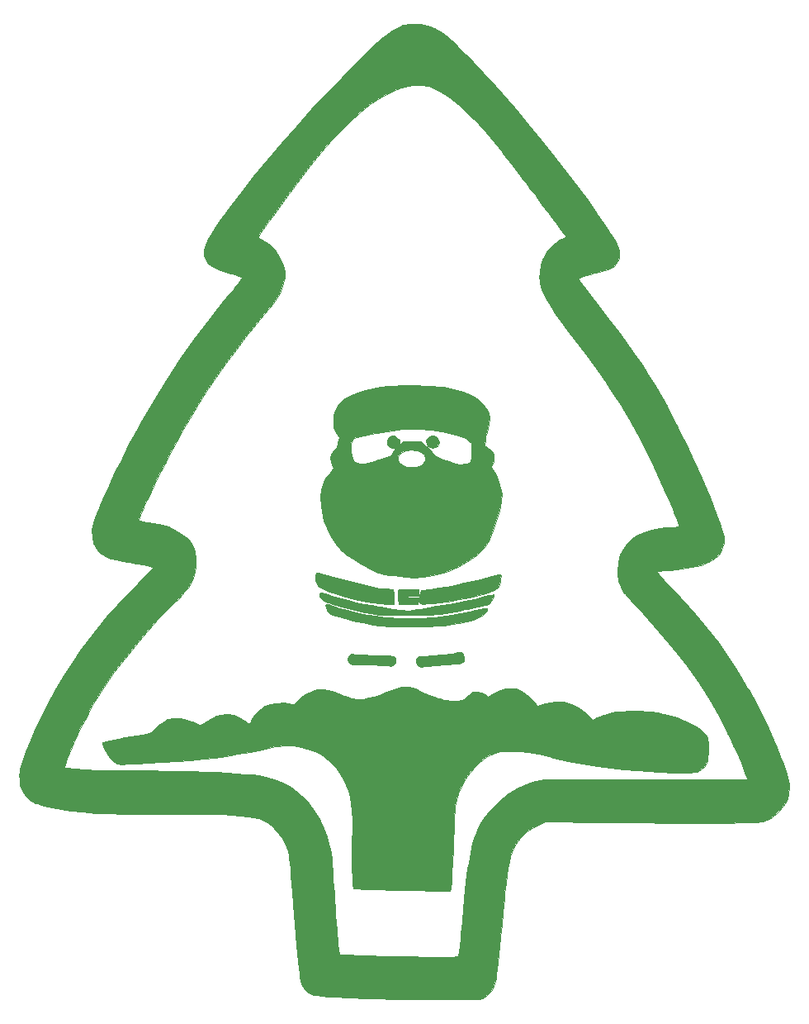
<source format=gbr>
%TF.GenerationSoftware,KiCad,Pcbnew,9.0.6*%
%TF.CreationDate,2025-11-21T09:20:11+01:00*%
%TF.ProjectId,BL_Santa,424c5f53-616e-4746-912e-6b696361645f,rev?*%
%TF.SameCoordinates,Original*%
%TF.FileFunction,Legend,Top*%
%TF.FilePolarity,Positive*%
%FSLAX46Y46*%
G04 Gerber Fmt 4.6, Leading zero omitted, Abs format (unit mm)*
G04 Created by KiCad (PCBNEW 9.0.6) date 2025-11-21 09:20:11*
%MOMM*%
%LPD*%
G01*
G04 APERTURE LIST*
%ADD10C,0.010000*%
G04 APERTURE END LIST*
D10*
%TO.C,G\u002A\u002A\u002A*%
X152548078Y-84974871D02*
X152805412Y-85122690D01*
X152983993Y-85402004D01*
X153027842Y-85692631D01*
X152917615Y-85968178D01*
X152836705Y-86073173D01*
X152638054Y-86190368D01*
X152364509Y-86222331D01*
X152086565Y-86170634D01*
X151889030Y-86052006D01*
X151740371Y-85796216D01*
X151725095Y-85502695D01*
X151839649Y-85232610D01*
X151942781Y-85126818D01*
X152248907Y-84973174D01*
X152548078Y-84974871D01*
G36*
X152548078Y-84974871D02*
G01*
X152805412Y-85122690D01*
X152983993Y-85402004D01*
X153027842Y-85692631D01*
X152917615Y-85968178D01*
X152836705Y-86073173D01*
X152638054Y-86190368D01*
X152364509Y-86222331D01*
X152086565Y-86170634D01*
X151889030Y-86052006D01*
X151740371Y-85796216D01*
X151725095Y-85502695D01*
X151839649Y-85232610D01*
X151942781Y-85126818D01*
X152248907Y-84973174D01*
X152548078Y-84974871D01*
G37*
X150957697Y-101376673D02*
X150322697Y-101376673D01*
X150002736Y-101387178D01*
X149779722Y-101415617D01*
X149688291Y-101457369D01*
X149687697Y-101461340D01*
X149766006Y-101504771D01*
X149975892Y-101534783D01*
X150279788Y-101546006D01*
X150873030Y-101546006D01*
X150873030Y-102223340D01*
X148865226Y-102223340D01*
X148817503Y-101527067D01*
X148800069Y-101197618D01*
X148795731Y-100934627D01*
X148804902Y-100782519D01*
X148810401Y-100765067D01*
X148905850Y-100740014D01*
X149136811Y-100719360D01*
X149469479Y-100705136D01*
X149870048Y-100699374D01*
X149904360Y-100699340D01*
X150957697Y-100699340D01*
X150957697Y-101376673D01*
G36*
X150957697Y-101376673D02*
G01*
X150322697Y-101376673D01*
X150002736Y-101387178D01*
X149779722Y-101415617D01*
X149688291Y-101457369D01*
X149687697Y-101461340D01*
X149766006Y-101504771D01*
X149975892Y-101534783D01*
X150279788Y-101546006D01*
X150873030Y-101546006D01*
X150873030Y-102223340D01*
X148865226Y-102223340D01*
X148817503Y-101527067D01*
X148800069Y-101197618D01*
X148795731Y-100934627D01*
X148804902Y-100782519D01*
X148810401Y-100765067D01*
X148905850Y-100740014D01*
X149136811Y-100719360D01*
X149469479Y-100705136D01*
X149870048Y-100699374D01*
X149904360Y-100699340D01*
X150957697Y-100699340D01*
X150957697Y-101376673D01*
G37*
X140688477Y-99054392D02*
X140896953Y-99096054D01*
X141195298Y-99169830D01*
X141601306Y-99278633D01*
X142132774Y-99425379D01*
X142807496Y-99612983D01*
X142911368Y-99641832D01*
X144149408Y-99974233D01*
X145236106Y-100241789D01*
X146176121Y-100445511D01*
X146974111Y-100586410D01*
X147623646Y-100664582D01*
X148311262Y-100721870D01*
X148364479Y-101231025D01*
X148393827Y-101552134D01*
X148413155Y-101840930D01*
X148417697Y-101981759D01*
X148417697Y-102223340D01*
X147846197Y-102209790D01*
X147499032Y-102198407D01*
X147174761Y-102182531D01*
X146978363Y-102168499D01*
X145631413Y-101997254D01*
X144325835Y-101743258D01*
X143106120Y-101416188D01*
X142376751Y-101167615D01*
X141760728Y-100930373D01*
X141289013Y-100732470D01*
X140943696Y-100564676D01*
X140706867Y-100417761D01*
X140560616Y-100282494D01*
X140510204Y-100205678D01*
X140358018Y-99793586D01*
X140328559Y-99415062D01*
X140371293Y-99225748D01*
X140397354Y-99150571D01*
X140424308Y-99092932D01*
X140469950Y-99055746D01*
X140552074Y-99041927D01*
X140688477Y-99054392D01*
G36*
X140688477Y-99054392D02*
G01*
X140896953Y-99096054D01*
X141195298Y-99169830D01*
X141601306Y-99278633D01*
X142132774Y-99425379D01*
X142807496Y-99612983D01*
X142911368Y-99641832D01*
X144149408Y-99974233D01*
X145236106Y-100241789D01*
X146176121Y-100445511D01*
X146974111Y-100586410D01*
X147623646Y-100664582D01*
X148311262Y-100721870D01*
X148364479Y-101231025D01*
X148393827Y-101552134D01*
X148413155Y-101840930D01*
X148417697Y-101981759D01*
X148417697Y-102223340D01*
X147846197Y-102209790D01*
X147499032Y-102198407D01*
X147174761Y-102182531D01*
X146978363Y-102168499D01*
X145631413Y-101997254D01*
X144325835Y-101743258D01*
X143106120Y-101416188D01*
X142376751Y-101167615D01*
X141760728Y-100930373D01*
X141289013Y-100732470D01*
X140943696Y-100564676D01*
X140706867Y-100417761D01*
X140560616Y-100282494D01*
X140510204Y-100205678D01*
X140358018Y-99793586D01*
X140328559Y-99415062D01*
X140371293Y-99225748D01*
X140397354Y-99150571D01*
X140424308Y-99092932D01*
X140469950Y-99055746D01*
X140552074Y-99041927D01*
X140688477Y-99054392D01*
G37*
X155404269Y-107263798D02*
X155516848Y-107435951D01*
X155607274Y-107749561D01*
X155554017Y-108008427D01*
X155466197Y-108137290D01*
X155393541Y-108204909D01*
X155287933Y-108256706D01*
X155122446Y-108297447D01*
X154870157Y-108331897D01*
X154504140Y-108364820D01*
X153997472Y-108400983D01*
X153963363Y-108403270D01*
X153430813Y-108441100D01*
X152891285Y-108483261D01*
X152397025Y-108525424D01*
X152000281Y-108563254D01*
X151889030Y-108575245D01*
X151494490Y-108619492D01*
X151234037Y-108643817D01*
X151073357Y-108646046D01*
X150978134Y-108624004D01*
X150914056Y-108575518D01*
X150856688Y-108509840D01*
X150706559Y-108249032D01*
X150669204Y-107981584D01*
X150740751Y-107754069D01*
X150917325Y-107613062D01*
X150931680Y-107608210D01*
X151062952Y-107588118D01*
X151332997Y-107562107D01*
X151711457Y-107532571D01*
X152167974Y-107501905D01*
X152608697Y-107475965D01*
X153141190Y-107440771D01*
X153653166Y-107396343D01*
X154104960Y-107346896D01*
X154456908Y-107296646D01*
X154631265Y-107261025D01*
X154996282Y-107182618D01*
X155242250Y-107181231D01*
X155404269Y-107263798D01*
G36*
X155404269Y-107263798D02*
G01*
X155516848Y-107435951D01*
X155607274Y-107749561D01*
X155554017Y-108008427D01*
X155466197Y-108137290D01*
X155393541Y-108204909D01*
X155287933Y-108256706D01*
X155122446Y-108297447D01*
X154870157Y-108331897D01*
X154504140Y-108364820D01*
X153997472Y-108400983D01*
X153963363Y-108403270D01*
X153430813Y-108441100D01*
X152891285Y-108483261D01*
X152397025Y-108525424D01*
X152000281Y-108563254D01*
X151889030Y-108575245D01*
X151494490Y-108619492D01*
X151234037Y-108643817D01*
X151073357Y-108646046D01*
X150978134Y-108624004D01*
X150914056Y-108575518D01*
X150856688Y-108509840D01*
X150706559Y-108249032D01*
X150669204Y-107981584D01*
X150740751Y-107754069D01*
X150917325Y-107613062D01*
X150931680Y-107608210D01*
X151062952Y-107588118D01*
X151332997Y-107562107D01*
X151711457Y-107532571D01*
X152167974Y-107501905D01*
X152608697Y-107475965D01*
X153141190Y-107440771D01*
X153653166Y-107396343D01*
X154104960Y-107346896D01*
X154456908Y-107296646D01*
X154631265Y-107261025D01*
X154996282Y-107182618D01*
X155242250Y-107181231D01*
X155404269Y-107263798D01*
G37*
X144177150Y-107354719D02*
X144297549Y-107373134D01*
X144561415Y-107392501D01*
X144942894Y-107411626D01*
X145416132Y-107429314D01*
X145955278Y-107444371D01*
X146258697Y-107450872D01*
X146947670Y-107466039D01*
X147485833Y-107484947D01*
X147891707Y-107512056D01*
X148183813Y-107551829D01*
X148380674Y-107608729D01*
X148500809Y-107687217D01*
X148562742Y-107791757D01*
X148584993Y-107926810D01*
X148587030Y-108011836D01*
X148536442Y-108272331D01*
X148432196Y-108433217D01*
X148343184Y-108499370D01*
X148231372Y-108538828D01*
X148064548Y-108552957D01*
X147810501Y-108543121D01*
X147437019Y-108510686D01*
X147190030Y-108485868D01*
X146888856Y-108463330D01*
X146467037Y-108443035D01*
X145973260Y-108426800D01*
X145456212Y-108416439D01*
X145276985Y-108414523D01*
X144771057Y-108408751D01*
X144406842Y-108398557D01*
X144156721Y-108380615D01*
X143993079Y-108351601D01*
X143888297Y-108308194D01*
X143814759Y-108247067D01*
X143805902Y-108237478D01*
X143689338Y-108023856D01*
X143655197Y-107840428D01*
X143714207Y-107626020D01*
X143858696Y-107446311D01*
X144039852Y-107346722D01*
X144177150Y-107354719D01*
G36*
X144177150Y-107354719D02*
G01*
X144297549Y-107373134D01*
X144561415Y-107392501D01*
X144942894Y-107411626D01*
X145416132Y-107429314D01*
X145955278Y-107444371D01*
X146258697Y-107450872D01*
X146947670Y-107466039D01*
X147485833Y-107484947D01*
X147891707Y-107512056D01*
X148183813Y-107551829D01*
X148380674Y-107608729D01*
X148500809Y-107687217D01*
X148562742Y-107791757D01*
X148584993Y-107926810D01*
X148587030Y-108011836D01*
X148536442Y-108272331D01*
X148432196Y-108433217D01*
X148343184Y-108499370D01*
X148231372Y-108538828D01*
X148064548Y-108552957D01*
X147810501Y-108543121D01*
X147437019Y-108510686D01*
X147190030Y-108485868D01*
X146888856Y-108463330D01*
X146467037Y-108443035D01*
X145973260Y-108426800D01*
X145456212Y-108416439D01*
X145276985Y-108414523D01*
X144771057Y-108408751D01*
X144406842Y-108398557D01*
X144156721Y-108380615D01*
X143993079Y-108351601D01*
X143888297Y-108308194D01*
X143814759Y-108247067D01*
X143805902Y-108237478D01*
X143689338Y-108023856D01*
X143655197Y-107840428D01*
X143714207Y-107626020D01*
X143858696Y-107446311D01*
X144039852Y-107346722D01*
X144177150Y-107354719D01*
G37*
X159308817Y-99194540D02*
X159363934Y-99232191D01*
X159372309Y-99244277D01*
X159386279Y-99383085D01*
X159352194Y-99625643D01*
X159283968Y-99918113D01*
X159195518Y-100206658D01*
X159100758Y-100437442D01*
X159038625Y-100535242D01*
X158898129Y-100660452D01*
X158700128Y-100777129D01*
X158418540Y-100896083D01*
X158027283Y-101028128D01*
X157500276Y-101184075D01*
X157415741Y-101207990D01*
X156210191Y-101522905D01*
X155072028Y-101764813D01*
X153923901Y-101948606D01*
X152997159Y-102058572D01*
X152437661Y-102116697D01*
X152022166Y-102159394D01*
X151726147Y-102187690D01*
X151525075Y-102202612D01*
X151394423Y-102205187D01*
X151309662Y-102196445D01*
X151246263Y-102177411D01*
X151179700Y-102149114D01*
X151148197Y-102136034D01*
X151016943Y-102044725D01*
X150966121Y-101877201D01*
X150962475Y-101739234D01*
X150994935Y-101431101D01*
X151066567Y-101133174D01*
X151068309Y-101128115D01*
X151169363Y-100837225D01*
X152227697Y-100685670D01*
X152961316Y-100570108D01*
X153795914Y-100421031D01*
X154686267Y-100247851D01*
X155587153Y-100059983D01*
X156453349Y-99866838D01*
X157239632Y-99677830D01*
X157868029Y-99511626D01*
X158388362Y-99367177D01*
X158769563Y-99267340D01*
X159034676Y-99208019D01*
X159206746Y-99185117D01*
X159308817Y-99194540D01*
G36*
X159308817Y-99194540D02*
G01*
X159363934Y-99232191D01*
X159372309Y-99244277D01*
X159386279Y-99383085D01*
X159352194Y-99625643D01*
X159283968Y-99918113D01*
X159195518Y-100206658D01*
X159100758Y-100437442D01*
X159038625Y-100535242D01*
X158898129Y-100660452D01*
X158700128Y-100777129D01*
X158418540Y-100896083D01*
X158027283Y-101028128D01*
X157500276Y-101184075D01*
X157415741Y-101207990D01*
X156210191Y-101522905D01*
X155072028Y-101764813D01*
X153923901Y-101948606D01*
X152997159Y-102058572D01*
X152437661Y-102116697D01*
X152022166Y-102159394D01*
X151726147Y-102187690D01*
X151525075Y-102202612D01*
X151394423Y-102205187D01*
X151309662Y-102196445D01*
X151246263Y-102177411D01*
X151179700Y-102149114D01*
X151148197Y-102136034D01*
X151016943Y-102044725D01*
X150966121Y-101877201D01*
X150962475Y-101739234D01*
X150994935Y-101431101D01*
X151066567Y-101133174D01*
X151068309Y-101128115D01*
X151169363Y-100837225D01*
X152227697Y-100685670D01*
X152961316Y-100570108D01*
X153795914Y-100421031D01*
X154686267Y-100247851D01*
X155587153Y-100059983D01*
X156453349Y-99866838D01*
X157239632Y-99677830D01*
X157868029Y-99511626D01*
X158388362Y-99367177D01*
X158769563Y-99267340D01*
X159034676Y-99208019D01*
X159206746Y-99185117D01*
X159308817Y-99194540D01*
G37*
X141742058Y-102261163D02*
X141990558Y-102355461D01*
X142064557Y-102391071D01*
X142341276Y-102505096D01*
X142753761Y-102639424D01*
X143270811Y-102786139D01*
X143861224Y-102937325D01*
X144493801Y-103085066D01*
X145137341Y-103221447D01*
X145760644Y-103338552D01*
X145878394Y-103358672D01*
X147576083Y-103590804D01*
X149238172Y-103707488D01*
X150895213Y-103707608D01*
X152577753Y-103590045D01*
X154316343Y-103353682D01*
X156141533Y-102997402D01*
X156217244Y-102980536D01*
X156803694Y-102850429D01*
X157245357Y-102756074D01*
X157562315Y-102694609D01*
X157774652Y-102663167D01*
X157902452Y-102658885D01*
X157965796Y-102678898D01*
X157984769Y-102720341D01*
X157985030Y-102728393D01*
X157918854Y-102880881D01*
X157746542Y-103083901D01*
X157507415Y-103301294D01*
X157240792Y-103496896D01*
X157011504Y-103623681D01*
X156509478Y-103808847D01*
X155861930Y-103988254D01*
X155092673Y-104156208D01*
X154225518Y-104307012D01*
X154035666Y-104335608D01*
X153498603Y-104398638D01*
X152828263Y-104452471D01*
X152060507Y-104496090D01*
X151231195Y-104528476D01*
X150376186Y-104548612D01*
X149531340Y-104555479D01*
X148732516Y-104548059D01*
X148015576Y-104525335D01*
X147782697Y-104513109D01*
X147311771Y-104478563D01*
X146849132Y-104428996D01*
X146366032Y-104359299D01*
X145833720Y-104264360D01*
X145223450Y-104139070D01*
X144506471Y-103978317D01*
X143689361Y-103785472D01*
X143015812Y-103616125D01*
X142490548Y-103462924D01*
X142094624Y-103315397D01*
X141809097Y-103163075D01*
X141615021Y-102995488D01*
X141493454Y-102802167D01*
X141425449Y-102572641D01*
X141418000Y-102530174D01*
X141396629Y-102327258D01*
X141436415Y-102240945D01*
X141551991Y-102223340D01*
X141742058Y-102261163D01*
G36*
X141742058Y-102261163D02*
G01*
X141990558Y-102355461D01*
X142064557Y-102391071D01*
X142341276Y-102505096D01*
X142753761Y-102639424D01*
X143270811Y-102786139D01*
X143861224Y-102937325D01*
X144493801Y-103085066D01*
X145137341Y-103221447D01*
X145760644Y-103338552D01*
X145878394Y-103358672D01*
X147576083Y-103590804D01*
X149238172Y-103707488D01*
X150895213Y-103707608D01*
X152577753Y-103590045D01*
X154316343Y-103353682D01*
X156141533Y-102997402D01*
X156217244Y-102980536D01*
X156803694Y-102850429D01*
X157245357Y-102756074D01*
X157562315Y-102694609D01*
X157774652Y-102663167D01*
X157902452Y-102658885D01*
X157965796Y-102678898D01*
X157984769Y-102720341D01*
X157985030Y-102728393D01*
X157918854Y-102880881D01*
X157746542Y-103083901D01*
X157507415Y-103301294D01*
X157240792Y-103496896D01*
X157011504Y-103623681D01*
X156509478Y-103808847D01*
X155861930Y-103988254D01*
X155092673Y-104156208D01*
X154225518Y-104307012D01*
X154035666Y-104335608D01*
X153498603Y-104398638D01*
X152828263Y-104452471D01*
X152060507Y-104496090D01*
X151231195Y-104528476D01*
X150376186Y-104548612D01*
X149531340Y-104555479D01*
X148732516Y-104548059D01*
X148015576Y-104525335D01*
X147782697Y-104513109D01*
X147311771Y-104478563D01*
X146849132Y-104428996D01*
X146366032Y-104359299D01*
X145833720Y-104264360D01*
X145223450Y-104139070D01*
X144506471Y-103978317D01*
X143689361Y-103785472D01*
X143015812Y-103616125D01*
X142490548Y-103462924D01*
X142094624Y-103315397D01*
X141809097Y-103163075D01*
X141615021Y-102995488D01*
X141493454Y-102802167D01*
X141425449Y-102572641D01*
X141418000Y-102530174D01*
X141396629Y-102327258D01*
X141436415Y-102240945D01*
X141551991Y-102223340D01*
X141742058Y-102261163D01*
G37*
X141275920Y-101097352D02*
X141694530Y-101240147D01*
X141813697Y-101285803D01*
X142333751Y-101466118D01*
X142983365Y-101656936D01*
X143723881Y-101849345D01*
X144516644Y-102034432D01*
X145322995Y-102203283D01*
X146104278Y-102346984D01*
X146821837Y-102456623D01*
X146978363Y-102476644D01*
X147420997Y-102542640D01*
X147901195Y-102632520D01*
X148318015Y-102727313D01*
X148333030Y-102731223D01*
X149131986Y-102868164D01*
X149979342Y-102884167D01*
X150799624Y-102778697D01*
X151125140Y-102715630D01*
X151553768Y-102640763D01*
X152020834Y-102565102D01*
X152323624Y-102519363D01*
X153423922Y-102345579D01*
X154555255Y-102142363D01*
X155662903Y-101920478D01*
X156692142Y-101690688D01*
X157298627Y-101540775D01*
X157743357Y-101428652D01*
X158128016Y-101337430D01*
X158424028Y-101273428D01*
X158602817Y-101242962D01*
X158642295Y-101243716D01*
X158662556Y-101372405D01*
X158589830Y-101580275D01*
X158445041Y-101821211D01*
X158300324Y-101997383D01*
X158185210Y-102111239D01*
X158062502Y-102205727D01*
X157910465Y-102287364D01*
X157707368Y-102362665D01*
X157431475Y-102438147D01*
X157061054Y-102520325D01*
X156574372Y-102615715D01*
X155949694Y-102730834D01*
X155708408Y-102774471D01*
X155163377Y-102874550D01*
X154630625Y-102975528D01*
X154150442Y-103069540D01*
X153763117Y-103148720D01*
X153540030Y-103197774D01*
X153238390Y-103246365D01*
X152792530Y-103287992D01*
X152227440Y-103322122D01*
X151568111Y-103348223D01*
X150839534Y-103365761D01*
X150066700Y-103374205D01*
X149274599Y-103373022D01*
X148488222Y-103361678D01*
X147732560Y-103339642D01*
X147444030Y-103327694D01*
X146927368Y-103298935D01*
X146454871Y-103258661D01*
X145998107Y-103201273D01*
X145528639Y-103121172D01*
X145018036Y-103012759D01*
X144437862Y-102870436D01*
X143759685Y-102688602D01*
X142955069Y-102461660D01*
X142756948Y-102404744D01*
X142160517Y-102227961D01*
X141706562Y-102078585D01*
X141372821Y-101944830D01*
X141137036Y-101814909D01*
X140976945Y-101677036D01*
X140870289Y-101519425D01*
X140809276Y-101373495D01*
X140769081Y-101175239D01*
X140825352Y-101063837D01*
X140990246Y-101038229D01*
X141275920Y-101097352D01*
G36*
X141275920Y-101097352D02*
G01*
X141694530Y-101240147D01*
X141813697Y-101285803D01*
X142333751Y-101466118D01*
X142983365Y-101656936D01*
X143723881Y-101849345D01*
X144516644Y-102034432D01*
X145322995Y-102203283D01*
X146104278Y-102346984D01*
X146821837Y-102456623D01*
X146978363Y-102476644D01*
X147420997Y-102542640D01*
X147901195Y-102632520D01*
X148318015Y-102727313D01*
X148333030Y-102731223D01*
X149131986Y-102868164D01*
X149979342Y-102884167D01*
X150799624Y-102778697D01*
X151125140Y-102715630D01*
X151553768Y-102640763D01*
X152020834Y-102565102D01*
X152323624Y-102519363D01*
X153423922Y-102345579D01*
X154555255Y-102142363D01*
X155662903Y-101920478D01*
X156692142Y-101690688D01*
X157298627Y-101540775D01*
X157743357Y-101428652D01*
X158128016Y-101337430D01*
X158424028Y-101273428D01*
X158602817Y-101242962D01*
X158642295Y-101243716D01*
X158662556Y-101372405D01*
X158589830Y-101580275D01*
X158445041Y-101821211D01*
X158300324Y-101997383D01*
X158185210Y-102111239D01*
X158062502Y-102205727D01*
X157910465Y-102287364D01*
X157707368Y-102362665D01*
X157431475Y-102438147D01*
X157061054Y-102520325D01*
X156574372Y-102615715D01*
X155949694Y-102730834D01*
X155708408Y-102774471D01*
X155163377Y-102874550D01*
X154630625Y-102975528D01*
X154150442Y-103069540D01*
X153763117Y-103148720D01*
X153540030Y-103197774D01*
X153238390Y-103246365D01*
X152792530Y-103287992D01*
X152227440Y-103322122D01*
X151568111Y-103348223D01*
X150839534Y-103365761D01*
X150066700Y-103374205D01*
X149274599Y-103373022D01*
X148488222Y-103361678D01*
X147732560Y-103339642D01*
X147444030Y-103327694D01*
X146927368Y-103298935D01*
X146454871Y-103258661D01*
X145998107Y-103201273D01*
X145528639Y-103121172D01*
X145018036Y-103012759D01*
X144437862Y-102870436D01*
X143759685Y-102688602D01*
X142955069Y-102461660D01*
X142756948Y-102404744D01*
X142160517Y-102227961D01*
X141706562Y-102078585D01*
X141372821Y-101944830D01*
X141137036Y-101814909D01*
X140976945Y-101677036D01*
X140870289Y-101519425D01*
X140809276Y-101373495D01*
X140769081Y-101175239D01*
X140825352Y-101063837D01*
X140990246Y-101038229D01*
X141275920Y-101097352D01*
G37*
X150785761Y-79825241D02*
X151610677Y-79843759D01*
X152381439Y-79879176D01*
X153060936Y-79931520D01*
X153479454Y-79980638D01*
X154576438Y-80183324D01*
X155536689Y-80460582D01*
X156355257Y-80810371D01*
X157027190Y-81230650D01*
X157461494Y-81622347D01*
X157871027Y-82139716D01*
X158120868Y-82648702D01*
X158217024Y-83175810D01*
X158165503Y-83747545D01*
X158043813Y-84191411D01*
X157925862Y-84601998D01*
X157826935Y-85052182D01*
X157771193Y-85422369D01*
X157712673Y-86016255D01*
X158066861Y-86261708D01*
X158300338Y-86440860D01*
X158487202Y-86614329D01*
X158541707Y-86679422D01*
X158633491Y-86923284D01*
X158660859Y-87249787D01*
X158626378Y-87586053D01*
X158532616Y-87859204D01*
X158498283Y-87911624D01*
X158395233Y-88062279D01*
X158391148Y-88173599D01*
X158486751Y-88329149D01*
X158502089Y-88350729D01*
X158723067Y-88719981D01*
X158949525Y-89199562D01*
X159157518Y-89733042D01*
X159323102Y-90263992D01*
X159337822Y-90320299D01*
X159418237Y-90653311D01*
X159459697Y-90908346D01*
X159464308Y-91149440D01*
X159434177Y-91440626D01*
X159385191Y-91760640D01*
X159194734Y-92700223D01*
X158916416Y-93676225D01*
X158538933Y-94726520D01*
X158387182Y-95104378D01*
X158197776Y-95553965D01*
X158041831Y-95886537D01*
X157893872Y-96143825D01*
X157728423Y-96367559D01*
X157520008Y-96599470D01*
X157397271Y-96725900D01*
X157000405Y-97100868D01*
X156574132Y-97441407D01*
X156086190Y-97769053D01*
X155504318Y-98105343D01*
X154796253Y-98471814D01*
X154740353Y-98499538D01*
X153942988Y-98856224D01*
X153165512Y-99118659D01*
X152345883Y-99304378D01*
X151458372Y-99427131D01*
X151007937Y-99470742D01*
X150636630Y-99494114D01*
X150292777Y-99496321D01*
X149924700Y-99476438D01*
X149480725Y-99433536D01*
X149052697Y-99384003D01*
X148397348Y-99304670D01*
X147878734Y-99236617D01*
X147465487Y-99170742D01*
X147126238Y-99097946D01*
X146829621Y-99009129D01*
X146544267Y-98895189D01*
X146238809Y-98747028D01*
X145881878Y-98555545D01*
X145535767Y-98363703D01*
X144854385Y-97980954D01*
X144303048Y-97660750D01*
X143861041Y-97388534D01*
X143507647Y-97149751D01*
X143222152Y-96929844D01*
X142983837Y-96714257D01*
X142771989Y-96488432D01*
X142636325Y-96326363D01*
X142054363Y-95502816D01*
X141575404Y-94612355D01*
X141213777Y-93689944D01*
X140983815Y-92770550D01*
X140906456Y-92105673D01*
X140896158Y-91285749D01*
X140966367Y-90585307D01*
X141126686Y-89970055D01*
X141386717Y-89405702D01*
X141756062Y-88857956D01*
X141848376Y-88741874D01*
X142234987Y-88267268D01*
X142068534Y-87900471D01*
X141964704Y-87610170D01*
X141905401Y-87325530D01*
X141900223Y-87247333D01*
X141955430Y-86950507D01*
X142099164Y-86642169D01*
X142293376Y-86392338D01*
X142413930Y-86301956D01*
X142545617Y-86162695D01*
X142575697Y-86051986D01*
X142583606Y-85999481D01*
X143973322Y-85999481D01*
X143976814Y-86249741D01*
X144013964Y-86593932D01*
X144077824Y-87016633D01*
X144155898Y-87307955D01*
X144268489Y-87505740D01*
X144435903Y-87647833D01*
X144635694Y-87752731D01*
X144805182Y-87822445D01*
X144969869Y-87862917D01*
X145155780Y-87870242D01*
X145388943Y-87840516D01*
X145695386Y-87769836D01*
X146101136Y-87654298D01*
X146632219Y-87489997D01*
X146813734Y-87432529D01*
X148785038Y-87432529D01*
X148932232Y-87682421D01*
X148992044Y-87752441D01*
X149325032Y-88006258D01*
X149754492Y-88159179D01*
X150237498Y-88206445D01*
X150731127Y-88143295D01*
X151143378Y-87990999D01*
X151451327Y-87766511D01*
X151609448Y-87502107D01*
X151624687Y-87221865D01*
X151503993Y-86949864D01*
X151254311Y-86710182D01*
X150882589Y-86526897D01*
X150706265Y-86475956D01*
X150180894Y-86416012D01*
X149684910Y-86482923D01*
X149254889Y-86666894D01*
X148933172Y-86950733D01*
X148786399Y-87202896D01*
X148785038Y-87432529D01*
X146813734Y-87432529D01*
X146852784Y-87420166D01*
X148112856Y-87019975D01*
X148556610Y-86263673D01*
X148262421Y-86256776D01*
X147968325Y-86185352D01*
X147771237Y-86012715D01*
X147672321Y-85777251D01*
X147672744Y-85517345D01*
X147773668Y-85271385D01*
X147976260Y-85077755D01*
X148223804Y-84984023D01*
X148421215Y-84970802D01*
X148585743Y-85041386D01*
X148762302Y-85198253D01*
X148941720Y-85416151D01*
X148995865Y-85603420D01*
X148988233Y-85678370D01*
X148947441Y-85891762D01*
X149132525Y-85717884D01*
X149232157Y-85640981D01*
X149358860Y-85590547D01*
X149547938Y-85561177D01*
X149834696Y-85547465D01*
X150254442Y-85544008D01*
X150268281Y-85544006D01*
X151218951Y-85544006D01*
X151649050Y-85946173D01*
X151913434Y-86211973D01*
X152162577Y-86493174D01*
X152312511Y-86687370D01*
X152432674Y-86841925D01*
X152575495Y-86970566D01*
X152774504Y-87093815D01*
X153063229Y-87232194D01*
X153475201Y-87406224D01*
X153510850Y-87420815D01*
X154036427Y-87629327D01*
X154446045Y-87773170D01*
X154776641Y-87860451D01*
X155065152Y-87899279D01*
X155348516Y-87897761D01*
X155580057Y-87875000D01*
X155906201Y-87820241D01*
X156131200Y-87732845D01*
X156272051Y-87584806D01*
X156345751Y-87348116D01*
X156369296Y-86994770D01*
X156362688Y-86585420D01*
X156334030Y-85694483D01*
X156042826Y-85451523D01*
X155738560Y-85260271D01*
X155287237Y-85064592D01*
X154710692Y-84872283D01*
X154030760Y-84691144D01*
X153709363Y-84618052D01*
X152307595Y-84387113D01*
X150847600Y-84290213D01*
X149319597Y-84327756D01*
X147713802Y-84500144D01*
X146020434Y-84807782D01*
X145339388Y-84963251D01*
X144250747Y-85225146D01*
X144091288Y-85585630D01*
X144009950Y-85798055D01*
X143973322Y-85999481D01*
X142583606Y-85999481D01*
X142602247Y-85875744D01*
X142669322Y-85619870D01*
X142707563Y-85500185D01*
X142839430Y-85111780D01*
X142584740Y-84821704D01*
X142374527Y-84504751D01*
X142250257Y-84113828D01*
X142201310Y-83611656D01*
X142199592Y-83469673D01*
X142219047Y-82961822D01*
X142288299Y-82565050D01*
X142425054Y-82224171D01*
X142647017Y-81883999D01*
X142750827Y-81751533D01*
X143004263Y-81461315D01*
X143250311Y-81244831D01*
X143548580Y-81056325D01*
X143869963Y-80892448D01*
X144636514Y-80579182D01*
X145553123Y-80307285D01*
X146625999Y-80075039D01*
X147147697Y-79985205D01*
X147686741Y-79919628D01*
X148357179Y-79870815D01*
X149121902Y-79838796D01*
X149943799Y-79823595D01*
X150785761Y-79825241D01*
G36*
X150785761Y-79825241D02*
G01*
X151610677Y-79843759D01*
X152381439Y-79879176D01*
X153060936Y-79931520D01*
X153479454Y-79980638D01*
X154576438Y-80183324D01*
X155536689Y-80460582D01*
X156355257Y-80810371D01*
X157027190Y-81230650D01*
X157461494Y-81622347D01*
X157871027Y-82139716D01*
X158120868Y-82648702D01*
X158217024Y-83175810D01*
X158165503Y-83747545D01*
X158043813Y-84191411D01*
X157925862Y-84601998D01*
X157826935Y-85052182D01*
X157771193Y-85422369D01*
X157712673Y-86016255D01*
X158066861Y-86261708D01*
X158300338Y-86440860D01*
X158487202Y-86614329D01*
X158541707Y-86679422D01*
X158633491Y-86923284D01*
X158660859Y-87249787D01*
X158626378Y-87586053D01*
X158532616Y-87859204D01*
X158498283Y-87911624D01*
X158395233Y-88062279D01*
X158391148Y-88173599D01*
X158486751Y-88329149D01*
X158502089Y-88350729D01*
X158723067Y-88719981D01*
X158949525Y-89199562D01*
X159157518Y-89733042D01*
X159323102Y-90263992D01*
X159337822Y-90320299D01*
X159418237Y-90653311D01*
X159459697Y-90908346D01*
X159464308Y-91149440D01*
X159434177Y-91440626D01*
X159385191Y-91760640D01*
X159194734Y-92700223D01*
X158916416Y-93676225D01*
X158538933Y-94726520D01*
X158387182Y-95104378D01*
X158197776Y-95553965D01*
X158041831Y-95886537D01*
X157893872Y-96143825D01*
X157728423Y-96367559D01*
X157520008Y-96599470D01*
X157397271Y-96725900D01*
X157000405Y-97100868D01*
X156574132Y-97441407D01*
X156086190Y-97769053D01*
X155504318Y-98105343D01*
X154796253Y-98471814D01*
X154740353Y-98499538D01*
X153942988Y-98856224D01*
X153165512Y-99118659D01*
X152345883Y-99304378D01*
X151458372Y-99427131D01*
X151007937Y-99470742D01*
X150636630Y-99494114D01*
X150292777Y-99496321D01*
X149924700Y-99476438D01*
X149480725Y-99433536D01*
X149052697Y-99384003D01*
X148397348Y-99304670D01*
X147878734Y-99236617D01*
X147465487Y-99170742D01*
X147126238Y-99097946D01*
X146829621Y-99009129D01*
X146544267Y-98895189D01*
X146238809Y-98747028D01*
X145881878Y-98555545D01*
X145535767Y-98363703D01*
X144854385Y-97980954D01*
X144303048Y-97660750D01*
X143861041Y-97388534D01*
X143507647Y-97149751D01*
X143222152Y-96929844D01*
X142983837Y-96714257D01*
X142771989Y-96488432D01*
X142636325Y-96326363D01*
X142054363Y-95502816D01*
X141575404Y-94612355D01*
X141213777Y-93689944D01*
X140983815Y-92770550D01*
X140906456Y-92105673D01*
X140896158Y-91285749D01*
X140966367Y-90585307D01*
X141126686Y-89970055D01*
X141386717Y-89405702D01*
X141756062Y-88857956D01*
X141848376Y-88741874D01*
X142234987Y-88267268D01*
X142068534Y-87900471D01*
X141964704Y-87610170D01*
X141905401Y-87325530D01*
X141900223Y-87247333D01*
X141955430Y-86950507D01*
X142099164Y-86642169D01*
X142293376Y-86392338D01*
X142413930Y-86301956D01*
X142545617Y-86162695D01*
X142575697Y-86051986D01*
X142583606Y-85999481D01*
X143973322Y-85999481D01*
X143976814Y-86249741D01*
X144013964Y-86593932D01*
X144077824Y-87016633D01*
X144155898Y-87307955D01*
X144268489Y-87505740D01*
X144435903Y-87647833D01*
X144635694Y-87752731D01*
X144805182Y-87822445D01*
X144969869Y-87862917D01*
X145155780Y-87870242D01*
X145388943Y-87840516D01*
X145695386Y-87769836D01*
X146101136Y-87654298D01*
X146632219Y-87489997D01*
X146813734Y-87432529D01*
X148785038Y-87432529D01*
X148932232Y-87682421D01*
X148992044Y-87752441D01*
X149325032Y-88006258D01*
X149754492Y-88159179D01*
X150237498Y-88206445D01*
X150731127Y-88143295D01*
X151143378Y-87990999D01*
X151451327Y-87766511D01*
X151609448Y-87502107D01*
X151624687Y-87221865D01*
X151503993Y-86949864D01*
X151254311Y-86710182D01*
X150882589Y-86526897D01*
X150706265Y-86475956D01*
X150180894Y-86416012D01*
X149684910Y-86482923D01*
X149254889Y-86666894D01*
X148933172Y-86950733D01*
X148786399Y-87202896D01*
X148785038Y-87432529D01*
X146813734Y-87432529D01*
X146852784Y-87420166D01*
X148112856Y-87019975D01*
X148556610Y-86263673D01*
X148262421Y-86256776D01*
X147968325Y-86185352D01*
X147771237Y-86012715D01*
X147672321Y-85777251D01*
X147672744Y-85517345D01*
X147773668Y-85271385D01*
X147976260Y-85077755D01*
X148223804Y-84984023D01*
X148421215Y-84970802D01*
X148585743Y-85041386D01*
X148762302Y-85198253D01*
X148941720Y-85416151D01*
X148995865Y-85603420D01*
X148988233Y-85678370D01*
X148947441Y-85891762D01*
X149132525Y-85717884D01*
X149232157Y-85640981D01*
X149358860Y-85590547D01*
X149547938Y-85561177D01*
X149834696Y-85547465D01*
X150254442Y-85544008D01*
X150268281Y-85544006D01*
X151218951Y-85544006D01*
X151649050Y-85946173D01*
X151913434Y-86211973D01*
X152162577Y-86493174D01*
X152312511Y-86687370D01*
X152432674Y-86841925D01*
X152575495Y-86970566D01*
X152774504Y-87093815D01*
X153063229Y-87232194D01*
X153475201Y-87406224D01*
X153510850Y-87420815D01*
X154036427Y-87629327D01*
X154446045Y-87773170D01*
X154776641Y-87860451D01*
X155065152Y-87899279D01*
X155348516Y-87897761D01*
X155580057Y-87875000D01*
X155906201Y-87820241D01*
X156131200Y-87732845D01*
X156272051Y-87584806D01*
X156345751Y-87348116D01*
X156369296Y-86994770D01*
X156362688Y-86585420D01*
X156334030Y-85694483D01*
X156042826Y-85451523D01*
X155738560Y-85260271D01*
X155287237Y-85064592D01*
X154710692Y-84872283D01*
X154030760Y-84691144D01*
X153709363Y-84618052D01*
X152307595Y-84387113D01*
X150847600Y-84290213D01*
X149319597Y-84327756D01*
X147713802Y-84500144D01*
X146020434Y-84807782D01*
X145339388Y-84963251D01*
X144250747Y-85225146D01*
X144091288Y-85585630D01*
X144009950Y-85798055D01*
X143973322Y-85999481D01*
X142583606Y-85999481D01*
X142602247Y-85875744D01*
X142669322Y-85619870D01*
X142707563Y-85500185D01*
X142839430Y-85111780D01*
X142584740Y-84821704D01*
X142374527Y-84504751D01*
X142250257Y-84113828D01*
X142201310Y-83611656D01*
X142199592Y-83469673D01*
X142219047Y-82961822D01*
X142288299Y-82565050D01*
X142425054Y-82224171D01*
X142647017Y-81883999D01*
X142750827Y-81751533D01*
X143004263Y-81461315D01*
X143250311Y-81244831D01*
X143548580Y-81056325D01*
X143869963Y-80892448D01*
X144636514Y-80579182D01*
X145553123Y-80307285D01*
X146625999Y-80075039D01*
X147147697Y-79985205D01*
X147686741Y-79919628D01*
X148357179Y-79870815D01*
X149121902Y-79838796D01*
X149943799Y-79823595D01*
X150785761Y-79825241D01*
G37*
X150374030Y-110775765D02*
X150605676Y-110866815D01*
X150906548Y-111020005D01*
X151178363Y-111181558D01*
X151573287Y-111395536D01*
X151996269Y-111562115D01*
X152185363Y-111613678D01*
X152568263Y-111715253D01*
X152980021Y-111850731D01*
X153177645Y-111927080D01*
X153476337Y-112034941D01*
X153773694Y-112097514D01*
X154133902Y-112125171D01*
X154429198Y-112129340D01*
X154924624Y-112113446D01*
X155299430Y-112054822D01*
X155600272Y-111937053D01*
X155873808Y-111743723D01*
X156080030Y-111548532D01*
X156296989Y-111345449D01*
X156476236Y-111241583D01*
X156686484Y-111204440D01*
X156815351Y-111200791D01*
X157324757Y-111256057D01*
X157726193Y-111433014D01*
X157868280Y-111546816D01*
X158047863Y-111715012D01*
X158441047Y-111449656D01*
X159113223Y-111093363D01*
X159830794Y-110898132D01*
X160340058Y-110859340D01*
X160879078Y-110912326D01*
X161378076Y-111080622D01*
X161864126Y-111378233D01*
X162364303Y-111819164D01*
X162532219Y-111993305D01*
X163108296Y-112610162D01*
X163658163Y-112450578D01*
X164010840Y-112369038D01*
X164449558Y-112296864D01*
X164891067Y-112247273D01*
X164979658Y-112240749D01*
X165407476Y-112222116D01*
X165739092Y-112235805D01*
X166045699Y-112288594D01*
X166344488Y-112370683D01*
X167030714Y-112655292D01*
X167715962Y-113084568D01*
X168366211Y-113637099D01*
X168383236Y-113653794D01*
X168817988Y-114081742D01*
X169257144Y-113859205D01*
X169540266Y-113736010D01*
X169922501Y-113596492D01*
X170338314Y-113463889D01*
X170508165Y-113415586D01*
X170798074Y-113339742D01*
X171054002Y-113283487D01*
X171309299Y-113243932D01*
X171597314Y-113218189D01*
X171951398Y-113203369D01*
X172404900Y-113196584D01*
X172991171Y-113194947D01*
X173055697Y-113194954D01*
X173693149Y-113197825D01*
X174197013Y-113207768D01*
X174602970Y-113227334D01*
X174946704Y-113259075D01*
X175263899Y-113305541D01*
X175590238Y-113369284D01*
X175638030Y-113379589D01*
X176536659Y-113604382D01*
X177400974Y-113876652D01*
X178205340Y-114185315D01*
X178924126Y-114519291D01*
X179531698Y-114867499D01*
X180002424Y-115218857D01*
X180097158Y-115307308D01*
X180362911Y-115606275D01*
X180522968Y-115893360D01*
X180595832Y-116128689D01*
X180642468Y-116465950D01*
X180657218Y-116910091D01*
X180642464Y-117402163D01*
X180600586Y-117883215D01*
X180533967Y-118294299D01*
X180503361Y-118417438D01*
X180318691Y-118789414D01*
X180011263Y-119115416D01*
X179627651Y-119350413D01*
X179484302Y-119402740D01*
X179191795Y-119457157D01*
X178753444Y-119493102D01*
X178191717Y-119510685D01*
X177529081Y-119510015D01*
X176788002Y-119491201D01*
X175990948Y-119454354D01*
X175160385Y-119399581D01*
X174918363Y-119380515D01*
X174290586Y-119330096D01*
X173611321Y-119277034D01*
X172940413Y-119225908D01*
X172337704Y-119181298D01*
X171997363Y-119157022D01*
X170678381Y-119034291D01*
X169250947Y-118845459D01*
X167759098Y-118598046D01*
X166246873Y-118299572D01*
X164758311Y-117957560D01*
X164309329Y-117844073D01*
X163216913Y-117587035D01*
X162228079Y-117410714D01*
X161301045Y-117308976D01*
X160440363Y-117275821D01*
X159975237Y-117279328D01*
X159622457Y-117300036D01*
X159325309Y-117345572D01*
X159027075Y-117423563D01*
X158803940Y-117495896D01*
X158168552Y-117751634D01*
X157617762Y-118070631D01*
X157098850Y-118487628D01*
X156704857Y-118879221D01*
X156140967Y-119526562D01*
X155690947Y-120161858D01*
X155317450Y-120845088D01*
X154983132Y-121636229D01*
X154975275Y-121657054D01*
X154879037Y-121937625D01*
X154798642Y-122235548D01*
X154731991Y-122570878D01*
X154676989Y-122963671D01*
X154631536Y-123433983D01*
X154593538Y-124001869D01*
X154560896Y-124687386D01*
X154531513Y-125510589D01*
X154515196Y-126057006D01*
X154470022Y-127414521D01*
X154415701Y-128623947D01*
X154352551Y-129679883D01*
X154280890Y-130576925D01*
X154209519Y-131242840D01*
X154164654Y-131602673D01*
X152836342Y-131588647D01*
X152454243Y-131583646D01*
X151929909Y-131575352D01*
X151290400Y-131564267D01*
X150562770Y-131550890D01*
X149774079Y-131535723D01*
X148951383Y-131519267D01*
X148121738Y-131502021D01*
X147909697Y-131497500D01*
X147144733Y-131479739D01*
X146432335Y-131460564D01*
X145790298Y-131440649D01*
X145236417Y-131420666D01*
X144788486Y-131401288D01*
X144464300Y-131383187D01*
X144281655Y-131367037D01*
X144247827Y-131359090D01*
X144210318Y-131240390D01*
X144176586Y-130974869D01*
X144147278Y-130585012D01*
X144123043Y-130093303D01*
X144104528Y-129522227D01*
X144092383Y-128894268D01*
X144087254Y-128231910D01*
X144089791Y-127557636D01*
X144100641Y-126893933D01*
X144109639Y-126565006D01*
X144133714Y-125381140D01*
X144124826Y-124345468D01*
X144080914Y-123439693D01*
X143999917Y-122645518D01*
X143879773Y-121944647D01*
X143718423Y-121318785D01*
X143513803Y-120749633D01*
X143433772Y-120565264D01*
X142990001Y-119742244D01*
X142441964Y-118981763D01*
X141815103Y-118311591D01*
X141134862Y-117759497D01*
X140539992Y-117406896D01*
X139772015Y-117096884D01*
X138925977Y-116873764D01*
X138049791Y-116744003D01*
X137191375Y-116714065D01*
X136398642Y-116790415D01*
X136225697Y-116824782D01*
X134898192Y-117110375D01*
X133640218Y-117361946D01*
X132426818Y-117582575D01*
X131233037Y-117775344D01*
X130033921Y-117943333D01*
X128804514Y-118089622D01*
X127519861Y-118217292D01*
X126155007Y-118329424D01*
X124684997Y-118429099D01*
X123084876Y-118519397D01*
X122106321Y-118567790D01*
X121479744Y-118597044D01*
X120998962Y-118617244D01*
X120640629Y-118627443D01*
X120381402Y-118626694D01*
X120197935Y-118614051D01*
X120066884Y-118588567D01*
X119964905Y-118549294D01*
X119868653Y-118495286D01*
X119836855Y-118475729D01*
X119617467Y-118299549D01*
X119376773Y-118040924D01*
X119132930Y-117728934D01*
X118904095Y-117392661D01*
X118708423Y-117061185D01*
X118564073Y-116763585D01*
X118489201Y-116528943D01*
X118501963Y-116386338D01*
X118521110Y-116368391D01*
X118625942Y-116338662D01*
X118873322Y-116284049D01*
X119239053Y-116209150D01*
X119698937Y-116118566D01*
X120228777Y-116016895D01*
X120804374Y-115908736D01*
X121401530Y-115798689D01*
X121996047Y-115691354D01*
X122563728Y-115591328D01*
X123019732Y-115513363D01*
X123331147Y-115451940D01*
X123529131Y-115378348D01*
X123668778Y-115263930D01*
X123779283Y-115118257D01*
X124048222Y-114810172D01*
X124416747Y-114496611D01*
X124823273Y-114224030D01*
X125206214Y-114038885D01*
X125213720Y-114036213D01*
X125782523Y-113917449D01*
X126426462Y-113938334D01*
X127153973Y-114099363D01*
X127350145Y-114161659D01*
X127710816Y-114286866D01*
X128033091Y-114406529D01*
X128266831Y-114501719D01*
X128329657Y-114531468D01*
X128445490Y-114580618D01*
X128558696Y-114583449D01*
X128706982Y-114526924D01*
X128928059Y-114398009D01*
X129174172Y-114239545D01*
X129730041Y-113902712D01*
X130210634Y-113675845D01*
X130656624Y-113545507D01*
X131108687Y-113498255D01*
X131399697Y-113504192D01*
X131997569Y-113592898D01*
X132542604Y-113797962D01*
X133083299Y-114139022D01*
X133210505Y-114237459D01*
X133403656Y-114388237D01*
X133533225Y-114483185D01*
X133562256Y-114500006D01*
X133612016Y-114432515D01*
X133719593Y-114256366D01*
X133848510Y-114032855D01*
X134263269Y-113415298D01*
X134723489Y-112955373D01*
X135153770Y-112683863D01*
X135722513Y-112481026D01*
X136388482Y-112366295D01*
X137100474Y-112346276D01*
X137508843Y-112379973D01*
X138177281Y-112463788D01*
X138472911Y-112136562D01*
X138940027Y-111708783D01*
X139488952Y-111348538D01*
X140054611Y-111097190D01*
X140158275Y-111065252D01*
X140641977Y-110969287D01*
X141139057Y-110961382D01*
X141682732Y-111045731D01*
X142306214Y-111226530D01*
X142759833Y-111393762D01*
X143295203Y-111601628D01*
X143704623Y-111753650D01*
X144018752Y-111858385D01*
X144268250Y-111924390D01*
X144483774Y-111960225D01*
X144695985Y-111974445D01*
X144846289Y-111976152D01*
X145274493Y-111940431D01*
X145801659Y-111843728D01*
X146374881Y-111699965D01*
X146941252Y-111523063D01*
X147447868Y-111326943D01*
X147623811Y-111245305D01*
X148392940Y-110925157D01*
X149123943Y-110739462D01*
X149799194Y-110691230D01*
X150374030Y-110775765D01*
G36*
X150374030Y-110775765D02*
G01*
X150605676Y-110866815D01*
X150906548Y-111020005D01*
X151178363Y-111181558D01*
X151573287Y-111395536D01*
X151996269Y-111562115D01*
X152185363Y-111613678D01*
X152568263Y-111715253D01*
X152980021Y-111850731D01*
X153177645Y-111927080D01*
X153476337Y-112034941D01*
X153773694Y-112097514D01*
X154133902Y-112125171D01*
X154429198Y-112129340D01*
X154924624Y-112113446D01*
X155299430Y-112054822D01*
X155600272Y-111937053D01*
X155873808Y-111743723D01*
X156080030Y-111548532D01*
X156296989Y-111345449D01*
X156476236Y-111241583D01*
X156686484Y-111204440D01*
X156815351Y-111200791D01*
X157324757Y-111256057D01*
X157726193Y-111433014D01*
X157868280Y-111546816D01*
X158047863Y-111715012D01*
X158441047Y-111449656D01*
X159113223Y-111093363D01*
X159830794Y-110898132D01*
X160340058Y-110859340D01*
X160879078Y-110912326D01*
X161378076Y-111080622D01*
X161864126Y-111378233D01*
X162364303Y-111819164D01*
X162532219Y-111993305D01*
X163108296Y-112610162D01*
X163658163Y-112450578D01*
X164010840Y-112369038D01*
X164449558Y-112296864D01*
X164891067Y-112247273D01*
X164979658Y-112240749D01*
X165407476Y-112222116D01*
X165739092Y-112235805D01*
X166045699Y-112288594D01*
X166344488Y-112370683D01*
X167030714Y-112655292D01*
X167715962Y-113084568D01*
X168366211Y-113637099D01*
X168383236Y-113653794D01*
X168817988Y-114081742D01*
X169257144Y-113859205D01*
X169540266Y-113736010D01*
X169922501Y-113596492D01*
X170338314Y-113463889D01*
X170508165Y-113415586D01*
X170798074Y-113339742D01*
X171054002Y-113283487D01*
X171309299Y-113243932D01*
X171597314Y-113218189D01*
X171951398Y-113203369D01*
X172404900Y-113196584D01*
X172991171Y-113194947D01*
X173055697Y-113194954D01*
X173693149Y-113197825D01*
X174197013Y-113207768D01*
X174602970Y-113227334D01*
X174946704Y-113259075D01*
X175263899Y-113305541D01*
X175590238Y-113369284D01*
X175638030Y-113379589D01*
X176536659Y-113604382D01*
X177400974Y-113876652D01*
X178205340Y-114185315D01*
X178924126Y-114519291D01*
X179531698Y-114867499D01*
X180002424Y-115218857D01*
X180097158Y-115307308D01*
X180362911Y-115606275D01*
X180522968Y-115893360D01*
X180595832Y-116128689D01*
X180642468Y-116465950D01*
X180657218Y-116910091D01*
X180642464Y-117402163D01*
X180600586Y-117883215D01*
X180533967Y-118294299D01*
X180503361Y-118417438D01*
X180318691Y-118789414D01*
X180011263Y-119115416D01*
X179627651Y-119350413D01*
X179484302Y-119402740D01*
X179191795Y-119457157D01*
X178753444Y-119493102D01*
X178191717Y-119510685D01*
X177529081Y-119510015D01*
X176788002Y-119491201D01*
X175990948Y-119454354D01*
X175160385Y-119399581D01*
X174918363Y-119380515D01*
X174290586Y-119330096D01*
X173611321Y-119277034D01*
X172940413Y-119225908D01*
X172337704Y-119181298D01*
X171997363Y-119157022D01*
X170678381Y-119034291D01*
X169250947Y-118845459D01*
X167759098Y-118598046D01*
X166246873Y-118299572D01*
X164758311Y-117957560D01*
X164309329Y-117844073D01*
X163216913Y-117587035D01*
X162228079Y-117410714D01*
X161301045Y-117308976D01*
X160440363Y-117275821D01*
X159975237Y-117279328D01*
X159622457Y-117300036D01*
X159325309Y-117345572D01*
X159027075Y-117423563D01*
X158803940Y-117495896D01*
X158168552Y-117751634D01*
X157617762Y-118070631D01*
X157098850Y-118487628D01*
X156704857Y-118879221D01*
X156140967Y-119526562D01*
X155690947Y-120161858D01*
X155317450Y-120845088D01*
X154983132Y-121636229D01*
X154975275Y-121657054D01*
X154879037Y-121937625D01*
X154798642Y-122235548D01*
X154731991Y-122570878D01*
X154676989Y-122963671D01*
X154631536Y-123433983D01*
X154593538Y-124001869D01*
X154560896Y-124687386D01*
X154531513Y-125510589D01*
X154515196Y-126057006D01*
X154470022Y-127414521D01*
X154415701Y-128623947D01*
X154352551Y-129679883D01*
X154280890Y-130576925D01*
X154209519Y-131242840D01*
X154164654Y-131602673D01*
X152836342Y-131588647D01*
X152454243Y-131583646D01*
X151929909Y-131575352D01*
X151290400Y-131564267D01*
X150562770Y-131550890D01*
X149774079Y-131535723D01*
X148951383Y-131519267D01*
X148121738Y-131502021D01*
X147909697Y-131497500D01*
X147144733Y-131479739D01*
X146432335Y-131460564D01*
X145790298Y-131440649D01*
X145236417Y-131420666D01*
X144788486Y-131401288D01*
X144464300Y-131383187D01*
X144281655Y-131367037D01*
X144247827Y-131359090D01*
X144210318Y-131240390D01*
X144176586Y-130974869D01*
X144147278Y-130585012D01*
X144123043Y-130093303D01*
X144104528Y-129522227D01*
X144092383Y-128894268D01*
X144087254Y-128231910D01*
X144089791Y-127557636D01*
X144100641Y-126893933D01*
X144109639Y-126565006D01*
X144133714Y-125381140D01*
X144124826Y-124345468D01*
X144080914Y-123439693D01*
X143999917Y-122645518D01*
X143879773Y-121944647D01*
X143718423Y-121318785D01*
X143513803Y-120749633D01*
X143433772Y-120565264D01*
X142990001Y-119742244D01*
X142441964Y-118981763D01*
X141815103Y-118311591D01*
X141134862Y-117759497D01*
X140539992Y-117406896D01*
X139772015Y-117096884D01*
X138925977Y-116873764D01*
X138049791Y-116744003D01*
X137191375Y-116714065D01*
X136398642Y-116790415D01*
X136225697Y-116824782D01*
X134898192Y-117110375D01*
X133640218Y-117361946D01*
X132426818Y-117582575D01*
X131233037Y-117775344D01*
X130033921Y-117943333D01*
X128804514Y-118089622D01*
X127519861Y-118217292D01*
X126155007Y-118329424D01*
X124684997Y-118429099D01*
X123084876Y-118519397D01*
X122106321Y-118567790D01*
X121479744Y-118597044D01*
X120998962Y-118617244D01*
X120640629Y-118627443D01*
X120381402Y-118626694D01*
X120197935Y-118614051D01*
X120066884Y-118588567D01*
X119964905Y-118549294D01*
X119868653Y-118495286D01*
X119836855Y-118475729D01*
X119617467Y-118299549D01*
X119376773Y-118040924D01*
X119132930Y-117728934D01*
X118904095Y-117392661D01*
X118708423Y-117061185D01*
X118564073Y-116763585D01*
X118489201Y-116528943D01*
X118501963Y-116386338D01*
X118521110Y-116368391D01*
X118625942Y-116338662D01*
X118873322Y-116284049D01*
X119239053Y-116209150D01*
X119698937Y-116118566D01*
X120228777Y-116016895D01*
X120804374Y-115908736D01*
X121401530Y-115798689D01*
X121996047Y-115691354D01*
X122563728Y-115591328D01*
X123019732Y-115513363D01*
X123331147Y-115451940D01*
X123529131Y-115378348D01*
X123668778Y-115263930D01*
X123779283Y-115118257D01*
X124048222Y-114810172D01*
X124416747Y-114496611D01*
X124823273Y-114224030D01*
X125206214Y-114038885D01*
X125213720Y-114036213D01*
X125782523Y-113917449D01*
X126426462Y-113938334D01*
X127153973Y-114099363D01*
X127350145Y-114161659D01*
X127710816Y-114286866D01*
X128033091Y-114406529D01*
X128266831Y-114501719D01*
X128329657Y-114531468D01*
X128445490Y-114580618D01*
X128558696Y-114583449D01*
X128706982Y-114526924D01*
X128928059Y-114398009D01*
X129174172Y-114239545D01*
X129730041Y-113902712D01*
X130210634Y-113675845D01*
X130656624Y-113545507D01*
X131108687Y-113498255D01*
X131399697Y-113504192D01*
X131997569Y-113592898D01*
X132542604Y-113797962D01*
X133083299Y-114139022D01*
X133210505Y-114237459D01*
X133403656Y-114388237D01*
X133533225Y-114483185D01*
X133562256Y-114500006D01*
X133612016Y-114432515D01*
X133719593Y-114256366D01*
X133848510Y-114032855D01*
X134263269Y-113415298D01*
X134723489Y-112955373D01*
X135153770Y-112683863D01*
X135722513Y-112481026D01*
X136388482Y-112366295D01*
X137100474Y-112346276D01*
X137508843Y-112379973D01*
X138177281Y-112463788D01*
X138472911Y-112136562D01*
X138940027Y-111708783D01*
X139488952Y-111348538D01*
X140054611Y-111097190D01*
X140158275Y-111065252D01*
X140641977Y-110969287D01*
X141139057Y-110961382D01*
X141682732Y-111045731D01*
X142306214Y-111226530D01*
X142759833Y-111393762D01*
X143295203Y-111601628D01*
X143704623Y-111753650D01*
X144018752Y-111858385D01*
X144268250Y-111924390D01*
X144483774Y-111960225D01*
X144695985Y-111974445D01*
X144846289Y-111976152D01*
X145274493Y-111940431D01*
X145801659Y-111843728D01*
X146374881Y-111699965D01*
X146941252Y-111523063D01*
X147447868Y-111326943D01*
X147623811Y-111245305D01*
X148392940Y-110925157D01*
X149123943Y-110739462D01*
X149799194Y-110691230D01*
X150374030Y-110775765D01*
G37*
X151120029Y-42826298D02*
X151860744Y-42971438D01*
X152578566Y-43247584D01*
X153306876Y-43665870D01*
X153662489Y-43914873D01*
X153893756Y-44104076D01*
X154222240Y-44399470D01*
X154629998Y-44783104D01*
X155099083Y-45237028D01*
X155611553Y-45743291D01*
X156149460Y-46283940D01*
X156694862Y-46841026D01*
X157229812Y-47396597D01*
X157736367Y-47932701D01*
X158196582Y-48431389D01*
X158375300Y-48629340D01*
X159678957Y-50106175D01*
X160996671Y-51640137D01*
X162313082Y-53211762D01*
X163612829Y-54801583D01*
X164880552Y-56390134D01*
X166100892Y-57957949D01*
X167258488Y-59485562D01*
X168337980Y-60953508D01*
X169324008Y-62342321D01*
X170133585Y-63530673D01*
X170593790Y-64237517D01*
X170954251Y-64830723D01*
X171221383Y-65328575D01*
X171401600Y-65749359D01*
X171501319Y-66111360D01*
X171526954Y-66432864D01*
X171484920Y-66732157D01*
X171381633Y-67027523D01*
X171369719Y-67054168D01*
X171205851Y-67340599D01*
X170984926Y-67579637D01*
X170685265Y-67782721D01*
X170285188Y-67961292D01*
X169763015Y-68126788D01*
X169097067Y-68290649D01*
X168975368Y-68317557D01*
X168538934Y-68421333D01*
X168129595Y-68533742D01*
X167794376Y-68640957D01*
X167586128Y-68726066D01*
X167238894Y-68907006D01*
X169472546Y-71785673D01*
X170524068Y-73150928D01*
X171474691Y-74408573D01*
X172336295Y-75577308D01*
X173120763Y-76675833D01*
X173839975Y-77722850D01*
X174505813Y-78737058D01*
X175130159Y-79737156D01*
X175724893Y-80741847D01*
X176301896Y-81769829D01*
X176873051Y-82839803D01*
X177450239Y-83970469D01*
X178045341Y-85180528D01*
X178240908Y-85586340D01*
X178884658Y-86938977D01*
X179455632Y-88163444D01*
X179962492Y-89280034D01*
X180413902Y-90309041D01*
X180818525Y-91270758D01*
X181185022Y-92185478D01*
X181522059Y-93073494D01*
X181838297Y-93955101D01*
X181943763Y-94260331D01*
X182123873Y-94825315D01*
X182230876Y-95278676D01*
X182266180Y-95660849D01*
X182231194Y-96012269D01*
X182127325Y-96373368D01*
X182026170Y-96626320D01*
X181721167Y-97121496D01*
X181260641Y-97552108D01*
X180645834Y-97917610D01*
X179877990Y-98217457D01*
X178958353Y-98451101D01*
X177888164Y-98617995D01*
X177378821Y-98669377D01*
X176756382Y-98723404D01*
X176282476Y-98766343D01*
X175936889Y-98801235D01*
X175699412Y-98831121D01*
X175549832Y-98859044D01*
X175467939Y-98888045D01*
X175433522Y-98921165D01*
X175426368Y-98961446D01*
X175426363Y-98963196D01*
X175482919Y-99054695D01*
X175641411Y-99248152D01*
X175885079Y-99524757D01*
X176197163Y-99865701D01*
X176560899Y-100252174D01*
X176760114Y-100459937D01*
X178173623Y-101962824D01*
X179458447Y-103411670D01*
X180634835Y-104833013D01*
X181723034Y-106253393D01*
X182743289Y-107699349D01*
X183715850Y-109197419D01*
X184660963Y-110774143D01*
X184758667Y-110944006D01*
X185298339Y-111912247D01*
X185826137Y-112909868D01*
X186335342Y-113920879D01*
X186819235Y-114929288D01*
X187271099Y-115919106D01*
X187684215Y-116874342D01*
X188051866Y-117779004D01*
X188367333Y-118617103D01*
X188623898Y-119372647D01*
X188814844Y-120029645D01*
X188933451Y-120572108D01*
X188973030Y-120975164D01*
X188891213Y-121682359D01*
X188657074Y-122367263D01*
X188287577Y-123003657D01*
X187799686Y-123565323D01*
X187210367Y-124026044D01*
X186878047Y-124212796D01*
X186630016Y-124332474D01*
X186423340Y-124418311D01*
X186219977Y-124477720D01*
X185981887Y-124518114D01*
X185671029Y-124546904D01*
X185249363Y-124571505D01*
X184965382Y-124585503D01*
X184446517Y-124604871D01*
X183772032Y-124620822D01*
X182955607Y-124633371D01*
X182010919Y-124642530D01*
X180951647Y-124648315D01*
X179791471Y-124650738D01*
X178544068Y-124649814D01*
X177223118Y-124645557D01*
X175842300Y-124637980D01*
X174415292Y-124627097D01*
X172955772Y-124612922D01*
X171477421Y-124595470D01*
X169993915Y-124574754D01*
X169683688Y-124570000D01*
X163900408Y-124479994D01*
X163343573Y-124740569D01*
X162671827Y-125107244D01*
X162036750Y-125551675D01*
X161494396Y-126033026D01*
X161337200Y-126202266D01*
X161074776Y-126522730D01*
X160847771Y-126851568D01*
X160651742Y-127205732D01*
X160482243Y-127602176D01*
X160334831Y-128057854D01*
X160205062Y-128589717D01*
X160088490Y-129214721D01*
X159980672Y-129949817D01*
X159877164Y-130811959D01*
X159773520Y-131818100D01*
X159721723Y-132364673D01*
X159585450Y-133822994D01*
X159461731Y-135121665D01*
X159349477Y-136269815D01*
X159247596Y-137276577D01*
X159154998Y-138151081D01*
X159070594Y-138902459D01*
X158993294Y-139539843D01*
X158922006Y-140072363D01*
X158855640Y-140509151D01*
X158793107Y-140859339D01*
X158733316Y-141132057D01*
X158675177Y-141336437D01*
X158638846Y-141434365D01*
X158373554Y-141879098D01*
X157990526Y-142271638D01*
X157579142Y-142540088D01*
X157470213Y-142591842D01*
X157362889Y-142633626D01*
X157238542Y-142666546D01*
X157078544Y-142691702D01*
X156864266Y-142710200D01*
X156577082Y-142723141D01*
X156198362Y-142731629D01*
X155709480Y-142736768D01*
X155091807Y-142739659D01*
X154326715Y-142741407D01*
X154175030Y-142741680D01*
X153395756Y-142742249D01*
X152598801Y-142741353D01*
X151817965Y-142739133D01*
X151087051Y-142735732D01*
X150439861Y-142731293D01*
X149910197Y-142725957D01*
X149687697Y-142722798D01*
X148881149Y-142707120D01*
X147998787Y-142685587D01*
X147068326Y-142659207D01*
X146117480Y-142628991D01*
X145173963Y-142595947D01*
X144265491Y-142561085D01*
X143419777Y-142525412D01*
X142664536Y-142489939D01*
X142027482Y-142455674D01*
X141602030Y-142428424D01*
X140985212Y-142377336D01*
X140507693Y-142318002D01*
X140139440Y-142242184D01*
X139850419Y-142141645D01*
X139610595Y-142008149D01*
X139389935Y-141833457D01*
X139371290Y-141816618D01*
X139244596Y-141686505D01*
X139131011Y-141532223D01*
X139028731Y-141342255D01*
X138935952Y-141105087D01*
X138850869Y-140809203D01*
X138771677Y-140443088D01*
X138696573Y-139995226D01*
X138623750Y-139454103D01*
X138551406Y-138808202D01*
X138477734Y-138046010D01*
X138400932Y-137156009D01*
X138319193Y-136126685D01*
X138230714Y-134946523D01*
X138175354Y-134185006D01*
X138081716Y-132908487D01*
X137996143Y-131791344D01*
X137917689Y-130823860D01*
X137845406Y-129996318D01*
X137778347Y-129299002D01*
X137715566Y-128722193D01*
X137656115Y-128256174D01*
X137599047Y-127891230D01*
X137543415Y-127617642D01*
X137530073Y-127564114D01*
X137291688Y-126906136D01*
X136930218Y-126238827D01*
X136476604Y-125604104D01*
X135961790Y-125043883D01*
X135416718Y-124600083D01*
X135275466Y-124509899D01*
X134937075Y-124342219D01*
X134512332Y-124196770D01*
X133992547Y-124072828D01*
X133369032Y-123969665D01*
X132633099Y-123886558D01*
X131776060Y-123822780D01*
X130789225Y-123777606D01*
X129663906Y-123750309D01*
X128391414Y-123740165D01*
X126963062Y-123746448D01*
X126235030Y-123754874D01*
X124228287Y-123772730D01*
X122382227Y-123769166D01*
X120689489Y-123743610D01*
X119142710Y-123695488D01*
X117734530Y-123624225D01*
X116457586Y-123529249D01*
X115304516Y-123409986D01*
X114267958Y-123265861D01*
X113340551Y-123096302D01*
X112514933Y-122900735D01*
X111783741Y-122678585D01*
X111603694Y-122614757D01*
X111055957Y-122329033D01*
X110615551Y-121916376D01*
X110287723Y-121384954D01*
X110077719Y-120742936D01*
X109995478Y-120110926D01*
X109984970Y-119720137D01*
X110008573Y-119395199D01*
X110076481Y-119060217D01*
X110113063Y-118933662D01*
X114551030Y-118933662D01*
X114571871Y-118948371D01*
X114647386Y-118965791D01*
X114797060Y-118988364D01*
X115040380Y-119018534D01*
X115396833Y-119058742D01*
X115885904Y-119111432D01*
X116413697Y-119167148D01*
X116682117Y-119186452D01*
X117102143Y-119204913D01*
X117656046Y-119222175D01*
X118326098Y-119237881D01*
X119094572Y-119251674D01*
X119943739Y-119263200D01*
X120855873Y-119272100D01*
X121813244Y-119278020D01*
X121959363Y-119278628D01*
X123469435Y-119289091D01*
X124943525Y-119308262D01*
X126368576Y-119335599D01*
X127731532Y-119370561D01*
X129019337Y-119412608D01*
X130218935Y-119461200D01*
X131317268Y-119515795D01*
X132301282Y-119575853D01*
X133157918Y-119640834D01*
X133874122Y-119710197D01*
X134436836Y-119783401D01*
X134534825Y-119799303D01*
X135490371Y-120003218D01*
X136381806Y-120275862D01*
X137174279Y-120604916D01*
X137790790Y-120950026D01*
X138664498Y-121618009D01*
X139473492Y-122425315D01*
X140196635Y-123347640D01*
X140812792Y-124360676D01*
X140895310Y-124520195D01*
X141208896Y-125217226D01*
X141491081Y-125991721D01*
X141729957Y-126798904D01*
X141913616Y-127593997D01*
X142030151Y-128332223D01*
X142067852Y-128929426D01*
X142074368Y-129114309D01*
X142092780Y-129446343D01*
X142121493Y-129903883D01*
X142158917Y-130465285D01*
X142203458Y-131108905D01*
X142253524Y-131813098D01*
X142307523Y-132556221D01*
X142363861Y-133316627D01*
X142420946Y-134072674D01*
X142477186Y-134802716D01*
X142530988Y-135485109D01*
X142580760Y-136098209D01*
X142624909Y-136620371D01*
X142661842Y-137029951D01*
X142670419Y-137118929D01*
X142767358Y-138105519D01*
X143962694Y-138164929D01*
X144616541Y-138194445D01*
X145350010Y-138222345D01*
X146147066Y-138248414D01*
X146991678Y-138272439D01*
X147867812Y-138294205D01*
X148759435Y-138313500D01*
X149650514Y-138330108D01*
X150525016Y-138343816D01*
X151366908Y-138354410D01*
X152160157Y-138361677D01*
X152888729Y-138365401D01*
X153536593Y-138365370D01*
X154087714Y-138361369D01*
X154526060Y-138353184D01*
X154835597Y-138340602D01*
X155000293Y-138323409D01*
X155023374Y-138312506D01*
X155035575Y-138201631D01*
X155065835Y-137973808D01*
X155105098Y-137695854D01*
X155133410Y-137466623D01*
X155173269Y-137096393D01*
X155221955Y-136612896D01*
X155276748Y-136043866D01*
X155334926Y-135417035D01*
X155393771Y-134760134D01*
X155399909Y-134690187D01*
X155507215Y-133486115D01*
X155605678Y-132432419D01*
X155697816Y-131510524D01*
X155786145Y-130701856D01*
X155873183Y-129987838D01*
X155961448Y-129349895D01*
X156053457Y-128769452D01*
X156151727Y-128227934D01*
X156258775Y-127706766D01*
X156377119Y-127187371D01*
X156466127Y-126822521D01*
X156639004Y-126180178D01*
X156815899Y-125650212D01*
X157021047Y-125176880D01*
X157278686Y-124704438D01*
X157613050Y-124177141D01*
X157622300Y-124163228D01*
X158346897Y-123223694D01*
X159199863Y-122379271D01*
X160160570Y-121644609D01*
X161208391Y-121034359D01*
X162322697Y-120563171D01*
X162970298Y-120364915D01*
X163784697Y-120149210D01*
X167340697Y-120182108D01*
X168227216Y-120189437D01*
X169187390Y-120195792D01*
X170208534Y-120201187D01*
X171277968Y-120205640D01*
X172383009Y-120209166D01*
X173510974Y-120211782D01*
X174649180Y-120213502D01*
X175784947Y-120214344D01*
X176905591Y-120214324D01*
X177998429Y-120213456D01*
X179050780Y-120211758D01*
X180049962Y-120209245D01*
X180983291Y-120205933D01*
X181838086Y-120201839D01*
X182601664Y-120196978D01*
X183261343Y-120191366D01*
X183804440Y-120185019D01*
X184218273Y-120177954D01*
X184490160Y-120170186D01*
X184607419Y-120161731D01*
X184610978Y-120160321D01*
X184606150Y-120056644D01*
X184536010Y-119819733D01*
X184408978Y-119468790D01*
X184233474Y-119023018D01*
X184017920Y-118501619D01*
X183770736Y-117923798D01*
X183500343Y-117308755D01*
X183215162Y-116675695D01*
X182923613Y-116043820D01*
X182634116Y-115432332D01*
X182355094Y-114860436D01*
X182094965Y-114347332D01*
X181906082Y-113992006D01*
X180808104Y-112084833D01*
X179626121Y-110233756D01*
X178345265Y-108418945D01*
X176950670Y-106620571D01*
X175427468Y-104818803D01*
X173760791Y-102993811D01*
X173291892Y-102502435D01*
X172926301Y-102117783D01*
X172583564Y-101748262D01*
X172288759Y-101421584D01*
X172066967Y-101165460D01*
X171957482Y-101027956D01*
X171658206Y-100486387D01*
X171453758Y-99833058D01*
X171353770Y-99102546D01*
X171345209Y-98829512D01*
X171412802Y-97961191D01*
X171626007Y-97174619D01*
X171989144Y-96458216D01*
X172454015Y-95856989D01*
X172901334Y-95443896D01*
X173427069Y-95106405D01*
X174049328Y-94837769D01*
X174786215Y-94631241D01*
X175655837Y-94480076D01*
X176355225Y-94403413D01*
X176785862Y-94361800D01*
X177154508Y-94319670D01*
X177429042Y-94281188D01*
X177577340Y-94250519D01*
X177593003Y-94242922D01*
X177590553Y-94136217D01*
X177521759Y-93892805D01*
X177393554Y-93528632D01*
X177212876Y-93059646D01*
X176986659Y-92501795D01*
X176721839Y-91871026D01*
X176425351Y-91183286D01*
X176104132Y-90454524D01*
X175765116Y-89700687D01*
X175415238Y-88937723D01*
X175061436Y-88181578D01*
X174710643Y-87448201D01*
X174369795Y-86753539D01*
X174122882Y-86263673D01*
X173681943Y-85408606D01*
X173259146Y-84607837D01*
X172845642Y-83847956D01*
X172432581Y-83115549D01*
X172011112Y-82397207D01*
X171572386Y-81679517D01*
X171107554Y-80949068D01*
X170607765Y-80192449D01*
X170064171Y-79396248D01*
X169467921Y-78547053D01*
X168810165Y-77631454D01*
X168082055Y-76636038D01*
X167274739Y-75547395D01*
X166379369Y-74352112D01*
X165448777Y-73118339D01*
X164931692Y-72400076D01*
X164440794Y-71653192D01*
X164007732Y-70927996D01*
X163678253Y-70304006D01*
X163518069Y-69950979D01*
X163419768Y-69655677D01*
X163364871Y-69343685D01*
X163334895Y-68940587D01*
X163333718Y-68916698D01*
X163339090Y-68198897D01*
X163439629Y-67562570D01*
X163648342Y-66941123D01*
X163773716Y-66663696D01*
X164077403Y-66163668D01*
X164486840Y-65672021D01*
X164955364Y-65236553D01*
X165436313Y-64905064D01*
X165547434Y-64846765D01*
X165796157Y-64719298D01*
X165969907Y-64619216D01*
X166028363Y-64571647D01*
X165979054Y-64494572D01*
X165838866Y-64298139D01*
X165619405Y-63997787D01*
X165332278Y-63608954D01*
X164989092Y-63147080D01*
X164601454Y-62627603D01*
X164180971Y-62065964D01*
X163739249Y-61477599D01*
X163287896Y-60877949D01*
X162838517Y-60282453D01*
X162402721Y-59706549D01*
X161992113Y-59165677D01*
X161618302Y-58675275D01*
X161292892Y-58250783D01*
X161027493Y-57907639D01*
X160833709Y-57661282D01*
X160825844Y-57651452D01*
X160467448Y-57198713D01*
X160064582Y-56681350D01*
X159670526Y-56168186D01*
X159383855Y-55788785D01*
X158560537Y-54735419D01*
X157703106Y-53728232D01*
X156827261Y-52782026D01*
X155948700Y-51911603D01*
X155083119Y-51131764D01*
X154246218Y-50457311D01*
X153453692Y-49903047D01*
X152721240Y-49483772D01*
X152671041Y-49459091D01*
X152315080Y-49291586D01*
X152039591Y-49184007D01*
X151781915Y-49120955D01*
X151479389Y-49087031D01*
X151075867Y-49067085D01*
X150415962Y-49072441D01*
X149796390Y-49148618D01*
X149175198Y-49306182D01*
X148510432Y-49555696D01*
X147782697Y-49896374D01*
X146876016Y-50402584D01*
X145953540Y-51020062D01*
X145009260Y-51754659D01*
X144037165Y-52612225D01*
X143031245Y-53598610D01*
X141985491Y-54719663D01*
X140893892Y-55981236D01*
X139750439Y-57389178D01*
X138733780Y-58704673D01*
X138409522Y-59135777D01*
X138040363Y-59631577D01*
X137638441Y-60175319D01*
X137215895Y-60750254D01*
X136784864Y-61339630D01*
X136357487Y-61926694D01*
X135945901Y-62494697D01*
X135562246Y-63026886D01*
X135218661Y-63506509D01*
X134927284Y-63916817D01*
X134700253Y-64241056D01*
X134549708Y-64462476D01*
X134487914Y-64563991D01*
X134527584Y-64672482D01*
X134693858Y-64783561D01*
X134703290Y-64787807D01*
X135043953Y-64979297D01*
X135435790Y-65261653D01*
X135826297Y-65591861D01*
X136162968Y-65926906D01*
X136312780Y-66106367D01*
X136746419Y-66787377D01*
X137039651Y-67486833D01*
X137185693Y-68182400D01*
X137177762Y-68851741D01*
X137167474Y-68921113D01*
X137062264Y-69420739D01*
X136906062Y-69898390D01*
X136685551Y-70377064D01*
X136387413Y-70879763D01*
X135998330Y-71429486D01*
X135504986Y-72049234D01*
X135040363Y-72594743D01*
X134660196Y-73037871D01*
X134262617Y-73511920D01*
X133885037Y-73971601D01*
X133564868Y-74371623D01*
X133443667Y-74527702D01*
X132242500Y-76117550D01*
X131146272Y-77613481D01*
X130138728Y-79039841D01*
X129203615Y-80420974D01*
X128324677Y-81781227D01*
X127485662Y-83144945D01*
X126670313Y-84536473D01*
X126173372Y-85417006D01*
X125784968Y-86125622D01*
X125385370Y-86874905D01*
X124981567Y-87650123D01*
X124580549Y-88436537D01*
X124189304Y-89219414D01*
X123814822Y-89984017D01*
X123464093Y-90715612D01*
X123144104Y-91399461D01*
X122861847Y-92020831D01*
X122624309Y-92564986D01*
X122438480Y-93017189D01*
X122311350Y-93362706D01*
X122249907Y-93586801D01*
X122257415Y-93673068D01*
X122381730Y-93711235D01*
X122630415Y-93761405D01*
X122959735Y-93815244D01*
X123132142Y-93839745D01*
X124262421Y-94038999D01*
X125241546Y-94311542D01*
X126071869Y-94659181D01*
X126755739Y-95083719D01*
X127295510Y-95586964D01*
X127693532Y-96170719D01*
X127952155Y-96836792D01*
X128073732Y-97586986D01*
X128076829Y-97636620D01*
X128078876Y-98324682D01*
X127990452Y-98937284D01*
X127797477Y-99541576D01*
X127574549Y-100031963D01*
X127443553Y-100279713D01*
X127303805Y-100506389D01*
X127135159Y-100736324D01*
X126917467Y-100993851D01*
X126630582Y-101303303D01*
X126254358Y-101689013D01*
X125947776Y-101996723D01*
X124213999Y-103791212D01*
X122593436Y-105596613D01*
X121095609Y-107400921D01*
X119730040Y-109192133D01*
X118506250Y-110958243D01*
X117433762Y-112687249D01*
X117341716Y-112846313D01*
X117031189Y-113406593D01*
X116688521Y-114059437D01*
X116330314Y-114770181D01*
X115973168Y-115504158D01*
X115633683Y-116226703D01*
X115328461Y-116903148D01*
X115074102Y-117498829D01*
X114897810Y-117949765D01*
X114763359Y-118321405D01*
X114653195Y-118630675D01*
X114578644Y-118845442D01*
X114551031Y-118933576D01*
X114551030Y-118933662D01*
X110113063Y-118933662D01*
X110188818Y-118671593D01*
X110567909Y-117561271D01*
X111042260Y-116352014D01*
X111597464Y-115073906D01*
X112219111Y-113757032D01*
X112892791Y-112431478D01*
X113604096Y-111127328D01*
X114338617Y-109874667D01*
X114619826Y-109420006D01*
X115414113Y-108192698D01*
X116227580Y-107013335D01*
X117077768Y-105860154D01*
X117982220Y-104711393D01*
X118958478Y-103545289D01*
X120024083Y-102340080D01*
X121196579Y-101074003D01*
X122149578Y-100078705D01*
X122563380Y-99649491D01*
X122935357Y-99259184D01*
X123250000Y-98924425D01*
X123491794Y-98661855D01*
X123645229Y-98488117D01*
X123695030Y-98420730D01*
X123616566Y-98384271D01*
X123402920Y-98332060D01*
X123086714Y-98271065D01*
X122700569Y-98208255D01*
X122700197Y-98208199D01*
X121939536Y-98086616D01*
X121203232Y-97954329D01*
X120516382Y-97816868D01*
X119904087Y-97679761D01*
X119391444Y-97548539D01*
X119003553Y-97428731D01*
X118814716Y-97352205D01*
X118278528Y-97004122D01*
X117870066Y-96550145D01*
X117592630Y-95999238D01*
X117449522Y-95360367D01*
X117444046Y-94642498D01*
X117558378Y-93941118D01*
X117657333Y-93612354D01*
X117827726Y-93151120D01*
X118061505Y-92574464D01*
X118350616Y-91899430D01*
X118687008Y-91143065D01*
X119062628Y-90322416D01*
X119469422Y-89454529D01*
X119899339Y-88556451D01*
X120344325Y-87645226D01*
X120796328Y-86737902D01*
X121247296Y-85851525D01*
X121689175Y-85003142D01*
X122113913Y-84209798D01*
X122405094Y-83681340D01*
X123730738Y-81379257D01*
X125065875Y-79206701D01*
X126437157Y-77124739D01*
X127871242Y-75094437D01*
X129394782Y-73076859D01*
X131034434Y-71033074D01*
X131208510Y-70822498D01*
X131583524Y-70368813D01*
X131930479Y-69946766D01*
X132232023Y-69577649D01*
X132470804Y-69282753D01*
X132629469Y-69083366D01*
X132680316Y-69016608D01*
X132845194Y-68787542D01*
X132595413Y-68658375D01*
X132413055Y-68583993D01*
X132111532Y-68482028D01*
X131735697Y-68366980D01*
X131402559Y-68272784D01*
X130648903Y-68041789D01*
X130050433Y-67797000D01*
X129593055Y-67528822D01*
X129262673Y-67227660D01*
X129045192Y-66883919D01*
X128950318Y-66603497D01*
X128905823Y-66305905D01*
X128916776Y-65989008D01*
X128989604Y-65640280D01*
X129130736Y-65247196D01*
X129346599Y-64797229D01*
X129643620Y-64277853D01*
X130028227Y-63676544D01*
X130506848Y-62980774D01*
X131085909Y-62178019D01*
X131526360Y-61583340D01*
X132712323Y-60032408D01*
X134011766Y-58401724D01*
X135404042Y-56714897D01*
X136868506Y-54995539D01*
X138384511Y-53267261D01*
X139931412Y-51553674D01*
X141488563Y-49878389D01*
X143035319Y-48265018D01*
X144223046Y-47063006D01*
X144987974Y-46303971D01*
X145650150Y-45656814D01*
X146222897Y-45110121D01*
X146719534Y-44652476D01*
X147153381Y-44272464D01*
X147537759Y-43958670D01*
X147885988Y-43699678D01*
X148211388Y-43484073D01*
X148527280Y-43300440D01*
X148746509Y-43186484D01*
X149084650Y-43023342D01*
X149347874Y-42918013D01*
X149596121Y-42855844D01*
X149889334Y-42822178D01*
X150287453Y-42802360D01*
X150323039Y-42801029D01*
X151120029Y-42826298D01*
G36*
X151120029Y-42826298D02*
G01*
X151860744Y-42971438D01*
X152578566Y-43247584D01*
X153306876Y-43665870D01*
X153662489Y-43914873D01*
X153893756Y-44104076D01*
X154222240Y-44399470D01*
X154629998Y-44783104D01*
X155099083Y-45237028D01*
X155611553Y-45743291D01*
X156149460Y-46283940D01*
X156694862Y-46841026D01*
X157229812Y-47396597D01*
X157736367Y-47932701D01*
X158196582Y-48431389D01*
X158375300Y-48629340D01*
X159678957Y-50106175D01*
X160996671Y-51640137D01*
X162313082Y-53211762D01*
X163612829Y-54801583D01*
X164880552Y-56390134D01*
X166100892Y-57957949D01*
X167258488Y-59485562D01*
X168337980Y-60953508D01*
X169324008Y-62342321D01*
X170133585Y-63530673D01*
X170593790Y-64237517D01*
X170954251Y-64830723D01*
X171221383Y-65328575D01*
X171401600Y-65749359D01*
X171501319Y-66111360D01*
X171526954Y-66432864D01*
X171484920Y-66732157D01*
X171381633Y-67027523D01*
X171369719Y-67054168D01*
X171205851Y-67340599D01*
X170984926Y-67579637D01*
X170685265Y-67782721D01*
X170285188Y-67961292D01*
X169763015Y-68126788D01*
X169097067Y-68290649D01*
X168975368Y-68317557D01*
X168538934Y-68421333D01*
X168129595Y-68533742D01*
X167794376Y-68640957D01*
X167586128Y-68726066D01*
X167238894Y-68907006D01*
X169472546Y-71785673D01*
X170524068Y-73150928D01*
X171474691Y-74408573D01*
X172336295Y-75577308D01*
X173120763Y-76675833D01*
X173839975Y-77722850D01*
X174505813Y-78737058D01*
X175130159Y-79737156D01*
X175724893Y-80741847D01*
X176301896Y-81769829D01*
X176873051Y-82839803D01*
X177450239Y-83970469D01*
X178045341Y-85180528D01*
X178240908Y-85586340D01*
X178884658Y-86938977D01*
X179455632Y-88163444D01*
X179962492Y-89280034D01*
X180413902Y-90309041D01*
X180818525Y-91270758D01*
X181185022Y-92185478D01*
X181522059Y-93073494D01*
X181838297Y-93955101D01*
X181943763Y-94260331D01*
X182123873Y-94825315D01*
X182230876Y-95278676D01*
X182266180Y-95660849D01*
X182231194Y-96012269D01*
X182127325Y-96373368D01*
X182026170Y-96626320D01*
X181721167Y-97121496D01*
X181260641Y-97552108D01*
X180645834Y-97917610D01*
X179877990Y-98217457D01*
X178958353Y-98451101D01*
X177888164Y-98617995D01*
X177378821Y-98669377D01*
X176756382Y-98723404D01*
X176282476Y-98766343D01*
X175936889Y-98801235D01*
X175699412Y-98831121D01*
X175549832Y-98859044D01*
X175467939Y-98888045D01*
X175433522Y-98921165D01*
X175426368Y-98961446D01*
X175426363Y-98963196D01*
X175482919Y-99054695D01*
X175641411Y-99248152D01*
X175885079Y-99524757D01*
X176197163Y-99865701D01*
X176560899Y-100252174D01*
X176760114Y-100459937D01*
X178173623Y-101962824D01*
X179458447Y-103411670D01*
X180634835Y-104833013D01*
X181723034Y-106253393D01*
X182743289Y-107699349D01*
X183715850Y-109197419D01*
X184660963Y-110774143D01*
X184758667Y-110944006D01*
X185298339Y-111912247D01*
X185826137Y-112909868D01*
X186335342Y-113920879D01*
X186819235Y-114929288D01*
X187271099Y-115919106D01*
X187684215Y-116874342D01*
X188051866Y-117779004D01*
X188367333Y-118617103D01*
X188623898Y-119372647D01*
X188814844Y-120029645D01*
X188933451Y-120572108D01*
X188973030Y-120975164D01*
X188891213Y-121682359D01*
X188657074Y-122367263D01*
X188287577Y-123003657D01*
X187799686Y-123565323D01*
X187210367Y-124026044D01*
X186878047Y-124212796D01*
X186630016Y-124332474D01*
X186423340Y-124418311D01*
X186219977Y-124477720D01*
X185981887Y-124518114D01*
X185671029Y-124546904D01*
X185249363Y-124571505D01*
X184965382Y-124585503D01*
X184446517Y-124604871D01*
X183772032Y-124620822D01*
X182955607Y-124633371D01*
X182010919Y-124642530D01*
X180951647Y-124648315D01*
X179791471Y-124650738D01*
X178544068Y-124649814D01*
X177223118Y-124645557D01*
X175842300Y-124637980D01*
X174415292Y-124627097D01*
X172955772Y-124612922D01*
X171477421Y-124595470D01*
X169993915Y-124574754D01*
X169683688Y-124570000D01*
X163900408Y-124479994D01*
X163343573Y-124740569D01*
X162671827Y-125107244D01*
X162036750Y-125551675D01*
X161494396Y-126033026D01*
X161337200Y-126202266D01*
X161074776Y-126522730D01*
X160847771Y-126851568D01*
X160651742Y-127205732D01*
X160482243Y-127602176D01*
X160334831Y-128057854D01*
X160205062Y-128589717D01*
X160088490Y-129214721D01*
X159980672Y-129949817D01*
X159877164Y-130811959D01*
X159773520Y-131818100D01*
X159721723Y-132364673D01*
X159585450Y-133822994D01*
X159461731Y-135121665D01*
X159349477Y-136269815D01*
X159247596Y-137276577D01*
X159154998Y-138151081D01*
X159070594Y-138902459D01*
X158993294Y-139539843D01*
X158922006Y-140072363D01*
X158855640Y-140509151D01*
X158793107Y-140859339D01*
X158733316Y-141132057D01*
X158675177Y-141336437D01*
X158638846Y-141434365D01*
X158373554Y-141879098D01*
X157990526Y-142271638D01*
X157579142Y-142540088D01*
X157470213Y-142591842D01*
X157362889Y-142633626D01*
X157238542Y-142666546D01*
X157078544Y-142691702D01*
X156864266Y-142710200D01*
X156577082Y-142723141D01*
X156198362Y-142731629D01*
X155709480Y-142736768D01*
X155091807Y-142739659D01*
X154326715Y-142741407D01*
X154175030Y-142741680D01*
X153395756Y-142742249D01*
X152598801Y-142741353D01*
X151817965Y-142739133D01*
X151087051Y-142735732D01*
X150439861Y-142731293D01*
X149910197Y-142725957D01*
X149687697Y-142722798D01*
X148881149Y-142707120D01*
X147998787Y-142685587D01*
X147068326Y-142659207D01*
X146117480Y-142628991D01*
X145173963Y-142595947D01*
X144265491Y-142561085D01*
X143419777Y-142525412D01*
X142664536Y-142489939D01*
X142027482Y-142455674D01*
X141602030Y-142428424D01*
X140985212Y-142377336D01*
X140507693Y-142318002D01*
X140139440Y-142242184D01*
X139850419Y-142141645D01*
X139610595Y-142008149D01*
X139389935Y-141833457D01*
X139371290Y-141816618D01*
X139244596Y-141686505D01*
X139131011Y-141532223D01*
X139028731Y-141342255D01*
X138935952Y-141105087D01*
X138850869Y-140809203D01*
X138771677Y-140443088D01*
X138696573Y-139995226D01*
X138623750Y-139454103D01*
X138551406Y-138808202D01*
X138477734Y-138046010D01*
X138400932Y-137156009D01*
X138319193Y-136126685D01*
X138230714Y-134946523D01*
X138175354Y-134185006D01*
X138081716Y-132908487D01*
X137996143Y-131791344D01*
X137917689Y-130823860D01*
X137845406Y-129996318D01*
X137778347Y-129299002D01*
X137715566Y-128722193D01*
X137656115Y-128256174D01*
X137599047Y-127891230D01*
X137543415Y-127617642D01*
X137530073Y-127564114D01*
X137291688Y-126906136D01*
X136930218Y-126238827D01*
X136476604Y-125604104D01*
X135961790Y-125043883D01*
X135416718Y-124600083D01*
X135275466Y-124509899D01*
X134937075Y-124342219D01*
X134512332Y-124196770D01*
X133992547Y-124072828D01*
X133369032Y-123969665D01*
X132633099Y-123886558D01*
X131776060Y-123822780D01*
X130789225Y-123777606D01*
X129663906Y-123750309D01*
X128391414Y-123740165D01*
X126963062Y-123746448D01*
X126235030Y-123754874D01*
X124228287Y-123772730D01*
X122382227Y-123769166D01*
X120689489Y-123743610D01*
X119142710Y-123695488D01*
X117734530Y-123624225D01*
X116457586Y-123529249D01*
X115304516Y-123409986D01*
X114267958Y-123265861D01*
X113340551Y-123096302D01*
X112514933Y-122900735D01*
X111783741Y-122678585D01*
X111603694Y-122614757D01*
X111055957Y-122329033D01*
X110615551Y-121916376D01*
X110287723Y-121384954D01*
X110077719Y-120742936D01*
X109995478Y-120110926D01*
X109984970Y-119720137D01*
X110008573Y-119395199D01*
X110076481Y-119060217D01*
X110113063Y-118933662D01*
X114551030Y-118933662D01*
X114571871Y-118948371D01*
X114647386Y-118965791D01*
X114797060Y-118988364D01*
X115040380Y-119018534D01*
X115396833Y-119058742D01*
X115885904Y-119111432D01*
X116413697Y-119167148D01*
X116682117Y-119186452D01*
X117102143Y-119204913D01*
X117656046Y-119222175D01*
X118326098Y-119237881D01*
X119094572Y-119251674D01*
X119943739Y-119263200D01*
X120855873Y-119272100D01*
X121813244Y-119278020D01*
X121959363Y-119278628D01*
X123469435Y-119289091D01*
X124943525Y-119308262D01*
X126368576Y-119335599D01*
X127731532Y-119370561D01*
X129019337Y-119412608D01*
X130218935Y-119461200D01*
X131317268Y-119515795D01*
X132301282Y-119575853D01*
X133157918Y-119640834D01*
X133874122Y-119710197D01*
X134436836Y-119783401D01*
X134534825Y-119799303D01*
X135490371Y-120003218D01*
X136381806Y-120275862D01*
X137174279Y-120604916D01*
X137790790Y-120950026D01*
X138664498Y-121618009D01*
X139473492Y-122425315D01*
X140196635Y-123347640D01*
X140812792Y-124360676D01*
X140895310Y-124520195D01*
X141208896Y-125217226D01*
X141491081Y-125991721D01*
X141729957Y-126798904D01*
X141913616Y-127593997D01*
X142030151Y-128332223D01*
X142067852Y-128929426D01*
X142074368Y-129114309D01*
X142092780Y-129446343D01*
X142121493Y-129903883D01*
X142158917Y-130465285D01*
X142203458Y-131108905D01*
X142253524Y-131813098D01*
X142307523Y-132556221D01*
X142363861Y-133316627D01*
X142420946Y-134072674D01*
X142477186Y-134802716D01*
X142530988Y-135485109D01*
X142580760Y-136098209D01*
X142624909Y-136620371D01*
X142661842Y-137029951D01*
X142670419Y-137118929D01*
X142767358Y-138105519D01*
X143962694Y-138164929D01*
X144616541Y-138194445D01*
X145350010Y-138222345D01*
X146147066Y-138248414D01*
X146991678Y-138272439D01*
X147867812Y-138294205D01*
X148759435Y-138313500D01*
X149650514Y-138330108D01*
X150525016Y-138343816D01*
X151366908Y-138354410D01*
X152160157Y-138361677D01*
X152888729Y-138365401D01*
X153536593Y-138365370D01*
X154087714Y-138361369D01*
X154526060Y-138353184D01*
X154835597Y-138340602D01*
X155000293Y-138323409D01*
X155023374Y-138312506D01*
X155035575Y-138201631D01*
X155065835Y-137973808D01*
X155105098Y-137695854D01*
X155133410Y-137466623D01*
X155173269Y-137096393D01*
X155221955Y-136612896D01*
X155276748Y-136043866D01*
X155334926Y-135417035D01*
X155393771Y-134760134D01*
X155399909Y-134690187D01*
X155507215Y-133486115D01*
X155605678Y-132432419D01*
X155697816Y-131510524D01*
X155786145Y-130701856D01*
X155873183Y-129987838D01*
X155961448Y-129349895D01*
X156053457Y-128769452D01*
X156151727Y-128227934D01*
X156258775Y-127706766D01*
X156377119Y-127187371D01*
X156466127Y-126822521D01*
X156639004Y-126180178D01*
X156815899Y-125650212D01*
X157021047Y-125176880D01*
X157278686Y-124704438D01*
X157613050Y-124177141D01*
X157622300Y-124163228D01*
X158346897Y-123223694D01*
X159199863Y-122379271D01*
X160160570Y-121644609D01*
X161208391Y-121034359D01*
X162322697Y-120563171D01*
X162970298Y-120364915D01*
X163784697Y-120149210D01*
X167340697Y-120182108D01*
X168227216Y-120189437D01*
X169187390Y-120195792D01*
X170208534Y-120201187D01*
X171277968Y-120205640D01*
X172383009Y-120209166D01*
X173510974Y-120211782D01*
X174649180Y-120213502D01*
X175784947Y-120214344D01*
X176905591Y-120214324D01*
X177998429Y-120213456D01*
X179050780Y-120211758D01*
X180049962Y-120209245D01*
X180983291Y-120205933D01*
X181838086Y-120201839D01*
X182601664Y-120196978D01*
X183261343Y-120191366D01*
X183804440Y-120185019D01*
X184218273Y-120177954D01*
X184490160Y-120170186D01*
X184607419Y-120161731D01*
X184610978Y-120160321D01*
X184606150Y-120056644D01*
X184536010Y-119819733D01*
X184408978Y-119468790D01*
X184233474Y-119023018D01*
X184017920Y-118501619D01*
X183770736Y-117923798D01*
X183500343Y-117308755D01*
X183215162Y-116675695D01*
X182923613Y-116043820D01*
X182634116Y-115432332D01*
X182355094Y-114860436D01*
X182094965Y-114347332D01*
X181906082Y-113992006D01*
X180808104Y-112084833D01*
X179626121Y-110233756D01*
X178345265Y-108418945D01*
X176950670Y-106620571D01*
X175427468Y-104818803D01*
X173760791Y-102993811D01*
X173291892Y-102502435D01*
X172926301Y-102117783D01*
X172583564Y-101748262D01*
X172288759Y-101421584D01*
X172066967Y-101165460D01*
X171957482Y-101027956D01*
X171658206Y-100486387D01*
X171453758Y-99833058D01*
X171353770Y-99102546D01*
X171345209Y-98829512D01*
X171412802Y-97961191D01*
X171626007Y-97174619D01*
X171989144Y-96458216D01*
X172454015Y-95856989D01*
X172901334Y-95443896D01*
X173427069Y-95106405D01*
X174049328Y-94837769D01*
X174786215Y-94631241D01*
X175655837Y-94480076D01*
X176355225Y-94403413D01*
X176785862Y-94361800D01*
X177154508Y-94319670D01*
X177429042Y-94281188D01*
X177577340Y-94250519D01*
X177593003Y-94242922D01*
X177590553Y-94136217D01*
X177521759Y-93892805D01*
X177393554Y-93528632D01*
X177212876Y-93059646D01*
X176986659Y-92501795D01*
X176721839Y-91871026D01*
X176425351Y-91183286D01*
X176104132Y-90454524D01*
X175765116Y-89700687D01*
X175415238Y-88937723D01*
X175061436Y-88181578D01*
X174710643Y-87448201D01*
X174369795Y-86753539D01*
X174122882Y-86263673D01*
X173681943Y-85408606D01*
X173259146Y-84607837D01*
X172845642Y-83847956D01*
X172432581Y-83115549D01*
X172011112Y-82397207D01*
X171572386Y-81679517D01*
X171107554Y-80949068D01*
X170607765Y-80192449D01*
X170064171Y-79396248D01*
X169467921Y-78547053D01*
X168810165Y-77631454D01*
X168082055Y-76636038D01*
X167274739Y-75547395D01*
X166379369Y-74352112D01*
X165448777Y-73118339D01*
X164931692Y-72400076D01*
X164440794Y-71653192D01*
X164007732Y-70927996D01*
X163678253Y-70304006D01*
X163518069Y-69950979D01*
X163419768Y-69655677D01*
X163364871Y-69343685D01*
X163334895Y-68940587D01*
X163333718Y-68916698D01*
X163339090Y-68198897D01*
X163439629Y-67562570D01*
X163648342Y-66941123D01*
X163773716Y-66663696D01*
X164077403Y-66163668D01*
X164486840Y-65672021D01*
X164955364Y-65236553D01*
X165436313Y-64905064D01*
X165547434Y-64846765D01*
X165796157Y-64719298D01*
X165969907Y-64619216D01*
X166028363Y-64571647D01*
X165979054Y-64494572D01*
X165838866Y-64298139D01*
X165619405Y-63997787D01*
X165332278Y-63608954D01*
X164989092Y-63147080D01*
X164601454Y-62627603D01*
X164180971Y-62065964D01*
X163739249Y-61477599D01*
X163287896Y-60877949D01*
X162838517Y-60282453D01*
X162402721Y-59706549D01*
X161992113Y-59165677D01*
X161618302Y-58675275D01*
X161292892Y-58250783D01*
X161027493Y-57907639D01*
X160833709Y-57661282D01*
X160825844Y-57651452D01*
X160467448Y-57198713D01*
X160064582Y-56681350D01*
X159670526Y-56168186D01*
X159383855Y-55788785D01*
X158560537Y-54735419D01*
X157703106Y-53728232D01*
X156827261Y-52782026D01*
X155948700Y-51911603D01*
X155083119Y-51131764D01*
X154246218Y-50457311D01*
X153453692Y-49903047D01*
X152721240Y-49483772D01*
X152671041Y-49459091D01*
X152315080Y-49291586D01*
X152039591Y-49184007D01*
X151781915Y-49120955D01*
X151479389Y-49087031D01*
X151075867Y-49067085D01*
X150415962Y-49072441D01*
X149796390Y-49148618D01*
X149175198Y-49306182D01*
X148510432Y-49555696D01*
X147782697Y-49896374D01*
X146876016Y-50402584D01*
X145953540Y-51020062D01*
X145009260Y-51754659D01*
X144037165Y-52612225D01*
X143031245Y-53598610D01*
X141985491Y-54719663D01*
X140893892Y-55981236D01*
X139750439Y-57389178D01*
X138733780Y-58704673D01*
X138409522Y-59135777D01*
X138040363Y-59631577D01*
X137638441Y-60175319D01*
X137215895Y-60750254D01*
X136784864Y-61339630D01*
X136357487Y-61926694D01*
X135945901Y-62494697D01*
X135562246Y-63026886D01*
X135218661Y-63506509D01*
X134927284Y-63916817D01*
X134700253Y-64241056D01*
X134549708Y-64462476D01*
X134487914Y-64563991D01*
X134527584Y-64672482D01*
X134693858Y-64783561D01*
X134703290Y-64787807D01*
X135043953Y-64979297D01*
X135435790Y-65261653D01*
X135826297Y-65591861D01*
X136162968Y-65926906D01*
X136312780Y-66106367D01*
X136746419Y-66787377D01*
X137039651Y-67486833D01*
X137185693Y-68182400D01*
X137177762Y-68851741D01*
X137167474Y-68921113D01*
X137062264Y-69420739D01*
X136906062Y-69898390D01*
X136685551Y-70377064D01*
X136387413Y-70879763D01*
X135998330Y-71429486D01*
X135504986Y-72049234D01*
X135040363Y-72594743D01*
X134660196Y-73037871D01*
X134262617Y-73511920D01*
X133885037Y-73971601D01*
X133564868Y-74371623D01*
X133443667Y-74527702D01*
X132242500Y-76117550D01*
X131146272Y-77613481D01*
X130138728Y-79039841D01*
X129203615Y-80420974D01*
X128324677Y-81781227D01*
X127485662Y-83144945D01*
X126670313Y-84536473D01*
X126173372Y-85417006D01*
X125784968Y-86125622D01*
X125385370Y-86874905D01*
X124981567Y-87650123D01*
X124580549Y-88436537D01*
X124189304Y-89219414D01*
X123814822Y-89984017D01*
X123464093Y-90715612D01*
X123144104Y-91399461D01*
X122861847Y-92020831D01*
X122624309Y-92564986D01*
X122438480Y-93017189D01*
X122311350Y-93362706D01*
X122249907Y-93586801D01*
X122257415Y-93673068D01*
X122381730Y-93711235D01*
X122630415Y-93761405D01*
X122959735Y-93815244D01*
X123132142Y-93839745D01*
X124262421Y-94038999D01*
X125241546Y-94311542D01*
X126071869Y-94659181D01*
X126755739Y-95083719D01*
X127295510Y-95586964D01*
X127693532Y-96170719D01*
X127952155Y-96836792D01*
X128073732Y-97586986D01*
X128076829Y-97636620D01*
X128078876Y-98324682D01*
X127990452Y-98937284D01*
X127797477Y-99541576D01*
X127574549Y-100031963D01*
X127443553Y-100279713D01*
X127303805Y-100506389D01*
X127135159Y-100736324D01*
X126917467Y-100993851D01*
X126630582Y-101303303D01*
X126254358Y-101689013D01*
X125947776Y-101996723D01*
X124213999Y-103791212D01*
X122593436Y-105596613D01*
X121095609Y-107400921D01*
X119730040Y-109192133D01*
X118506250Y-110958243D01*
X117433762Y-112687249D01*
X117341716Y-112846313D01*
X117031189Y-113406593D01*
X116688521Y-114059437D01*
X116330314Y-114770181D01*
X115973168Y-115504158D01*
X115633683Y-116226703D01*
X115328461Y-116903148D01*
X115074102Y-117498829D01*
X114897810Y-117949765D01*
X114763359Y-118321405D01*
X114653195Y-118630675D01*
X114578644Y-118845442D01*
X114551031Y-118933576D01*
X114551030Y-118933662D01*
X110113063Y-118933662D01*
X110188818Y-118671593D01*
X110567909Y-117561271D01*
X111042260Y-116352014D01*
X111597464Y-115073906D01*
X112219111Y-113757032D01*
X112892791Y-112431478D01*
X113604096Y-111127328D01*
X114338617Y-109874667D01*
X114619826Y-109420006D01*
X115414113Y-108192698D01*
X116227580Y-107013335D01*
X117077768Y-105860154D01*
X117982220Y-104711393D01*
X118958478Y-103545289D01*
X120024083Y-102340080D01*
X121196579Y-101074003D01*
X122149578Y-100078705D01*
X122563380Y-99649491D01*
X122935357Y-99259184D01*
X123250000Y-98924425D01*
X123491794Y-98661855D01*
X123645229Y-98488117D01*
X123695030Y-98420730D01*
X123616566Y-98384271D01*
X123402920Y-98332060D01*
X123086714Y-98271065D01*
X122700569Y-98208255D01*
X122700197Y-98208199D01*
X121939536Y-98086616D01*
X121203232Y-97954329D01*
X120516382Y-97816868D01*
X119904087Y-97679761D01*
X119391444Y-97548539D01*
X119003553Y-97428731D01*
X118814716Y-97352205D01*
X118278528Y-97004122D01*
X117870066Y-96550145D01*
X117592630Y-95999238D01*
X117449522Y-95360367D01*
X117444046Y-94642498D01*
X117558378Y-93941118D01*
X117657333Y-93612354D01*
X117827726Y-93151120D01*
X118061505Y-92574464D01*
X118350616Y-91899430D01*
X118687008Y-91143065D01*
X119062628Y-90322416D01*
X119469422Y-89454529D01*
X119899339Y-88556451D01*
X120344325Y-87645226D01*
X120796328Y-86737902D01*
X121247296Y-85851525D01*
X121689175Y-85003142D01*
X122113913Y-84209798D01*
X122405094Y-83681340D01*
X123730738Y-81379257D01*
X125065875Y-79206701D01*
X126437157Y-77124739D01*
X127871242Y-75094437D01*
X129394782Y-73076859D01*
X131034434Y-71033074D01*
X131208510Y-70822498D01*
X131583524Y-70368813D01*
X131930479Y-69946766D01*
X132232023Y-69577649D01*
X132470804Y-69282753D01*
X132629469Y-69083366D01*
X132680316Y-69016608D01*
X132845194Y-68787542D01*
X132595413Y-68658375D01*
X132413055Y-68583993D01*
X132111532Y-68482028D01*
X131735697Y-68366980D01*
X131402559Y-68272784D01*
X130648903Y-68041789D01*
X130050433Y-67797000D01*
X129593055Y-67528822D01*
X129262673Y-67227660D01*
X129045192Y-66883919D01*
X128950318Y-66603497D01*
X128905823Y-66305905D01*
X128916776Y-65989008D01*
X128989604Y-65640280D01*
X129130736Y-65247196D01*
X129346599Y-64797229D01*
X129643620Y-64277853D01*
X130028227Y-63676544D01*
X130506848Y-62980774D01*
X131085909Y-62178019D01*
X131526360Y-61583340D01*
X132712323Y-60032408D01*
X134011766Y-58401724D01*
X135404042Y-56714897D01*
X136868506Y-54995539D01*
X138384511Y-53267261D01*
X139931412Y-51553674D01*
X141488563Y-49878389D01*
X143035319Y-48265018D01*
X144223046Y-47063006D01*
X144987974Y-46303971D01*
X145650150Y-45656814D01*
X146222897Y-45110121D01*
X146719534Y-44652476D01*
X147153381Y-44272464D01*
X147537759Y-43958670D01*
X147885988Y-43699678D01*
X148211388Y-43484073D01*
X148527280Y-43300440D01*
X148746509Y-43186484D01*
X149084650Y-43023342D01*
X149347874Y-42918013D01*
X149596121Y-42855844D01*
X149889334Y-42822178D01*
X150287453Y-42802360D01*
X150323039Y-42801029D01*
X151120029Y-42826298D01*
G37*
%TD*%
M02*

</source>
